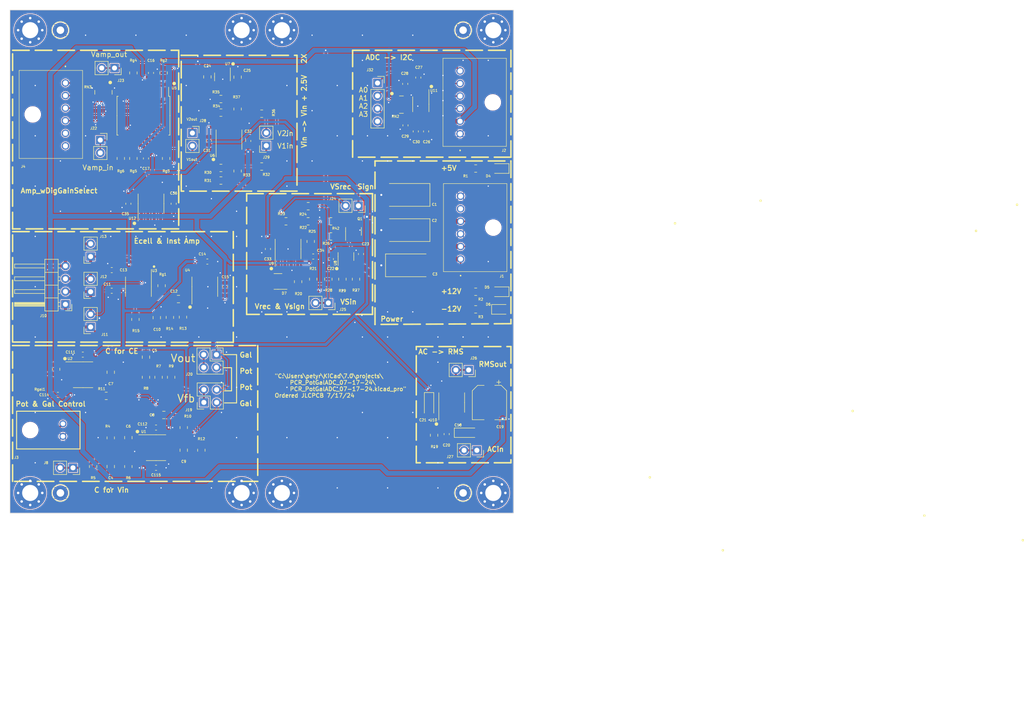
<source format=kicad_pcb>
(kicad_pcb (version 20221018) (generator pcbnew)
  (layers (0 "F.Cu" signal) (1 "In1.Cu" signal) (2 "In2.Cu" signal) (31 "B.Cu" signal) (34 "B.Paste" user) (35 "F.Paste" user) (36 "B.SilkS" user "B.Silkscreen") (37 "F.SilkS" user "F.Silkscreen") (38 "B.Mask" user) (39 "F.Mask" user) (44 "Edge.Cuts" user))
  (net 0 "")
  (net 1 "+5V")
  (net 2 "GNDA")
  (net 3 "+12V")
  (net 4 "-12V")
  (net 5 "/v1")
  (net 6 "/c1")
  (net 7 "/v2")
  (net 8 "Net-(C6-Pad2)")
  (net 9 "/c2")
  (net 10 "CE")
  (net 11 "/w2")
  (net 12 "/w3")
  (net 13 "/Vgal")
  (net 14 "/Vpot")
  (net 15 "/AC2RMS/j")
  (net 16 "/RMSin")
  (net 17 "/AC2RMS/i")
  (net 18 "/2V5")
  (net 19 "/A0")
  (net 20 "/A1")
  (net 21 "/A2")
  (net 22 "/A3")
  (net 23 "Net-(D4-A)")
  (net 24 "Net-(D5-A)")
  (net 25 "Net-(D6-K)")
  (net 26 "/SigRect/t2")
  (net 27 "/SigRect/t1")
  (net 29 "ALERT")
  (net 30 "SDA")
  (net 31 "SCL")
  (net 32 "Vin1")
  (net 33 "SelR3")
  (net 34 "SelR2")
  (net 35 "SelR1")
  (net 36 "SelR0")
  (net 39 "RE")
  (net 40 "SE")
  (net 41 "WE")
  (net 42 "/w1")
  (net 43 "Vfb")
  (net 44 "Vout")
  (net 45 "/g1")
  (net 46 "/g2")
  (net 47 "/Vamp_in")
  (net 48 "/Vamp_out")
  (net 49 "/VSout")
  (net 50 "/VSin")
  (net 51 "/RMSout")
  (net 52 "/2.5V_Offset_X2/V1out")
  (net 53 "/2.5V_Offset_X2/V1in")
  (net 54 "/2.5V_Offset_X2/V2out")
  (net 55 "/2.5V_Offset_X2/V2in")
  (net 56 "/SigRect/t9")
  (net 57 "/SigRect/t3")
  (net 58 "/SigRect/t4")
  (net 59 "/SigRect/t5")
  (net 60 "/SigRect/ac")
  (net 61 "Net-(U5-NO1)")
  (net 62 "Net-(U5-NO2)")
  (net 63 "Net-(U5-NO4)")
  (net 64 "Net-(U5-NO3)")
  (net 65 "/AmpLogicArray/com")
  (net 68 "/SigRect/t0")
  (net 69 "/2.5V_Offset_X2/m1")
  (net 70 "/2.5V_Offset_X2/m2")
  (net 71 "/2.5V_Offset_X2/m3")
  (net 72 "/2.5V_Offset_X2/m4")
  (net 74 "/k1")
  (net 75 "/k2")
  (net 76 "Sign")
  (net 77 "Net-(R15-Pad2)")
  (net 78 "Net-(U4B--)")
  (net 79 "Net-(U12A--)")
  (footprint "MountingHole:MountingHole_3.2mm_M3_Pad_Via" (layer "F.Cu") (at 116 24)
    (fp_text reference "H2" hide)
    (fp_text value "MountingHole" hide)
  )
  (footprint "MountingHole:MountingHole_3.2mm_M3_Pad_Via" (layer "F.Cu") (at 24 116)
    (fp_text reference "H4" hide)
    (fp_text value "MountingHole" hide)
  )
  (footprint "Resistor_SMD:R_0805_2012Metric" (layer "F.Cu") (at 104.235 104.525 90)
    (fp_text reference "R19")
    (fp_text value "1M")
  )
  (footprint "Capacitor_SMD:C_0603_1608Metric" (layer "F.Cu") (at 62.7 75 -90)
    (fp_text reference "C15")
    (fp_text value "100nf")
  )
  (footprint "Connector_PinSocket_2.54mm:PinSocket_1x02_P2.54mm_Vertical" (layer "F.Cu") (at 36 69 180)
    (fp_text reference "J13")
    (fp_text value "Conn_01x02_Soc")
  )
  (footprint "MountingHole:MountingHole_3.2mm_M3_Pad_Via" (layer "F.Cu") (at 24 24)
    (fp_text reference "H1" hide)
    (fp_text value "MountingHole" hide)
  )
  (footprint "Connector_PinSocket_2.54mm:PinSocket_1x02_P2.54mm_Vertical" (layer "F.Cu") (at 32.5 111 -90)
    (fp_text reference "J8")
    (fp_text value "Conn_01x02_Soc")
  )
  (footprint "footprints:Conn_EP25_1744426-2" (layer "F.Cu") (at 30.5 104.75 90)
    (fp_text reference "J3")
    (fp_text value "TE_EP25_2" hide)
  )
  (footprint "Resistor_SMD:R_0805_2012Metric" (layer "F.Cu") (at 61.8875 37.6875)
    (fp_text reference "R35")
    (fp_text value "15k")
  )
  (footprint "Resistor_SMD:R_0805_2012Metric" (layer "F.Cu") (at 83.725 62 180)
    (fp_text reference "R42")
    (fp_text value "15k")
  )
  (footprint "Capacitor_Tantalum_SMD:CP_EIA-7343-43_Kemet-X" (layer "F.Cu") (at 99 63.75 180)
    (fp_text reference "C2")
    (fp_text value "47uf")
  )
  (footprint "Resistor_SMD:R_0805_2012Metric" (layer "F.Cu") (at 77.225 74 -90)
    (fp_text reference "R20")
    (fp_text value "4k02")
  )
  (footprint "Package_TO_SOT_SMD:SOT-23-3" (layer "F.Cu") (at 73.225 73.95 180)
    (fp_text reference "D7")
    (fp_text value "BAV99LT1G")
  )
  (footprint "Capacitor_SMD:C_0805_2012Metric" (layer "F.Cu") (at 40 110.75 90)
    (fp_text reference "C4")
    (fp_text value "390pf")
  )
  (footprint "Resistor_SMD:R_0805_2012Metric" (layer "F.Cu") (at 69.9875 51.1)
    (fp_text reference "R32")
    (fp_text value "15k")
  )
  (footprint "Capacitor_SMD:C_0805_2012Metric" (layer "F.Cu") (at 49.15 81.15 -90)
    (fp_text reference "C10")
    (fp_text value "390pf")
  )
  (footprint "Connector_PinSocket_2.54mm:PinSocket_1x02_P2.54mm_Vertical" (layer "F.Cu") (at 37.925 45.85)
    (fp_text reference "J22")
    (fp_text value "Conn_01x02_Soc")
  )
  (footprint "Resistor_SMD:R_0805_2012Metric" (layer "F.Cu") (at 79.225 59 180)
    (fp_text reference "R24")
    (fp_text value "2k05")
  )
  (footprint "Capacitor_SMD:C_0603_1608Metric" (layer "F.Cu") (at 67.3125 46.025 -90)
    (fp_text reference "C32")
    (fp_text value "100nf")
  )
  (footprint "TestPoint:TestPoint_Loop_D2.54mm_Drill1.5mm_Beaded" (layer "F.Cu") (at 30 116)
    (fp_text reference "TPG4" hide)
    (fp_text value "5006" hide)
  )
  (footprint "Resistor_SMD:R_0805_2012Metric" (layer "F.Cu") (at 61.8875 40.3875 180)
    (fp_text reference "R34")
    (fp_text value "15k")
  )
  (footprint "Resistor_SMD:R_0805_2012Metric" (layer "F.Cu") (at 61.8875 53.8875)
    (fp_text reference "R31")
    (fp_text value "15k")
  )
  (footprint "Capacitor_SMD:C_0603_1608Metric" (layer "F.Cu") (at 102.65 44.125 -90)
    (fp_text reference "C26")
    (fp_text value "100nf")
  )
  (footprint "Resistor_SMD:R_0805_2012Metric" (layer "F.Cu") (at 69.9875 40.6)
    (fp_text reference "R36")
    (fp_text value "15k")
  )
  (footprint "Capacitor_SMD:C_0603_1608Metric" (layer "F.Cu") (at 100.6 44.125 -90)
    (fp_text reference "C30")
    (fp_text value "100nf")
  )
  (footprint "Capacitor_SMD:C_0603_1608Metric" (layer "F.Cu") (at 49 103)
    (fp_text reference "C112")
    (fp_text value "100nf")
  )
  (footprint "Resistor_SMD:R_0805_2012Metric" (layer "F.Cu") (at 43.5 110.75 -90)
    (fp_text reference "R6")
    (fp_text value "49R9")
  )
  (footprint "Capacitor_SMD:C_0603_1608Metric" (layer "F.Cu") (at 52.5 58.5 -90)
    (fp_text reference "C36")
    (fp_text value "100nf")
  )
  (footprint "Capacitor_SMD:C_0603_1608Metric" (layer "F.Cu") (at 47 49.5 90)
    (fp_text reference "C17")
    (fp_text value "100nf")
  )
  (footprint "Connector_PinSocket_2.54mm:PinSocket_1x02_P2.54mm_Vertical" (layer "F.Cu") (at 40.75 31.525 -90)
    (fp_text reference "J23")
    (fp_text value "Conn_01x02_Soc")
  )
  (footprint "TestPoint:TestPoint_Loop_D2.54mm_Drill1.5mm_Beaded" (layer "F.Cu") (at 30 24)
    (fp_text reference "TPG1" hide)
    (fp_text value "5006" hide)
  )
  (footprint "Package_SO:SOIC-8_3.9x4.9mm_P1.27mm" (layer "F.Cu") (at 107.735 98.025 90)
    (fp_text reference "U10")
    (fp_text value "AD736JNZ")
  )
  (footprint "Capacitor_SMD:C_0603_1608Metric" (layer "F.Cu") (at 98.55 42.925 -90)
    (fp_text reference "C29")
    (fp_text value "100nf")
  )
  (footprint "Capacitor_SMD:C_0603_1608Metric" (layer "F.Cu") (at 59.1875 70 180)
    (fp_text reference "C14")
    (fp_text value "100nf")
  )
  (footprint "Package_SO:SOIC-16W_7.5x10.3mm_P1.27mm" (layer "F.Cu") (at 46.5 41 -90)
    (fp_text reference "U5")
    (fp_text value "MAX4662")
  )
  (footprint "Package_TO_SOT_SMD:SOT-23-3" (layer "F.Cu") (at 88.225 64 90)
    (fp_text reference "Q1")
    (fp_text value "BSS138 123-GSD")
  )
  (footprint "Package_TO_SOT_SMD:SOT-23-5" (layer "F.Cu") (at 86.725 69 90)
    (fp_text reference "U8")
    (fp_text value "TL331")
  )
  (footprint "Package_SO:SOIC-8_3.9x4.9mm_P1.27mm" (layer "F.Cu") (at 49 107)
    (fp_text reference "U1")
    (fp_text value "OPA1656")
  )
  (footprint "footprints:Conn_EP25_1744426-6" (layer "F.Cu") (at 109.4 44.6 90)
    (fp_text reference "J2")
    (fp_text value "TE_EP25-6" hide)
  )
  (footprint "MountingHole:MountingHole_3.2mm_M3_Pad_Via" (layer "F.Cu") (at 116 116)
    (fp_text reference "H3" hide)
    (fp_text value "MountingHole" hide)
  )
  (footprint "Resistor_SMD:R_Array_Concave_4x0603" (layer "F.Cu") (at 97.75 38.8)
    (fp_text reference "RN2")
    (fp_text value "R_Pack04_10k")
  )
  (footprint "Resistor_SMD:R_0805_2012Metric" (layer "F.Cu") (at 51 49.5 -90)
    (fp_text reference "Rg3")
    (fp_text value "10k")
  )
  (footprint "Package_SO:SOIC-8_3.9x4.9mm_P1.27mm" (layer "F.Cu") (at 48 58.5 90)
    (fp_text reference "U12")
    (fp_text value "OPA1656")
  )
  (footprint "Capacitor_SMD:C_0603_1608Metric" (layer "F.Cu") (at 49 111 180)
    (fp_text reference "C115")
    (fp_text value "100nf")
  )
  (footprint "Resistor_SMD:R_0805_2012Metric" (layer "F.Cu") (at 51.75 81.1 -90)
    (fp_text reference "R14")
    (fp_text value "49R9")
  )
  (footprint "Capacitor_SMD:C_0603_1608Metric" (layer "F.Cu") (at 40.2 75.8)
    (fp_text reference "C11")
    (fp_text value "100nf")
  )
  (footprint "Connector_PinSocket_2.54mm:PinSocket_1x02_P2.54mm_Vertical" (layer "F.Cu") (at 89.2 58.9 -90)
    (fp_text reference "J24")
    (fp_text value "Conn_01x02_Soc")
  )
  (footprint "Capacitor_SMD:C_0603_1608Metric" (layer "F.Cu") (at 59.5 45.9875 90)
    (fp_text reference "C31")
    (fp_text value "100nf")
  )
  (footprint "Connector_PinSocket_2.54mm:PinSocket_1x02_P2.54mm_Vertical" (layer "F.Cu") (at 112.735 107.525 -90)
    (fp_text reference "J27")
    (fp_text value "Conn_01x02_Soc")
  )
  (footprint "Package_SO:VSSOP-10_3x3mm_P0.5mm" (layer "F.Cu") (at 101.6 38.725 -90)
    (fp_text reference "U11")
    (fp_text value "ADS1015IDGS")
  )
  (footprint "Package_SO:SOIC-8_3.9x4.9mm_P1.27mm" (layer "F.Cu") (at 34.5 92.5)
    (fp_text reference "U2")
    (fp_text value "THS4012")
  )
  (footprint "Capacitor_SMD:C_0603_1608Metric" (layer "F.Cu") (at 34.45 88.5)
    (fp_text reference "C111")
    (fp_text value "100nf")
  )
  (footprint "Resistor_SMD:R_0805_2012Metric" (layer "F.Cu") (at 39.1 96.7 180)
    (fp_text reference "R11")
    (fp_text value "15k")
  )
  (footprint "Resistor_SMD:R_Array_Concave_4x0603" (layer "F.Cu") (at 38.55 36.35 90)
    (fp_text reference "RN3")
    (fp_text value "R_Pack04_10k" hide)
  )
  (footprint "Resistor_SMD:R_0805_2012Metric" (layer "F.Cu") (at 83.725 65 180)
    (fp_text reference "R26")
    (fp_text value "15k")
  )
  (footprint "LED_SMD:LED_0805_2012Metric_Pad1.15x1.40mm_HandSolder" (layer "F.Cu") (at 117.525 79.5)
    (fp_text reference "D6")
    (fp_text value "LED-grn")
  )
  (footprint "Capacitor_SMD:C_0603_1608Metric" (layer "F.Cu") (at 98.5 34.675 90)
    (fp_text reference "C28")
    (fp_text value "100nf")
  )
  (footprint "Connector_PinSocket_2.54mm:PinSocket_1x02_P2.54mm_Vertical" (layer "F.Cu") (at 70.9 46.95 180)
    (fp_text reference "J29")
    (fp_text value "Conn_01x02_Soc" hide)
  )
  (footprint "Resistor_SMD:R_0805_2012Metric" (layer "F.Cu") (at 74.8125 62 180)
    (fp_text reference "R23")
    (fp_text value "2k05")
  )
  (footprint "Capacitor_SMD:C_0603_1608Metric" (layer "F.Cu") (at 29.5 96.5)
    (fp_text reference "C114")
    (fp_text value "100nf")
  )
  (footprint "Package_SO:SOIC-8_3.9x4.9mm_P1.27mm" (layer "F.Cu") (at 45.5 75 -90)
    (fp_text reference "U3")
    (fp_text value "INA129")
  )
  (footprint "Capacitor_SMD:C_0603_1608Metric" (layer "F.Cu") (at 48 32.5 -90)
    (fp_text reference "C16")
    (fp_text value "100nf")
  )
  (footprint "Resistor_SMD:R_0805_2012Metric" (layer "F.Cu") (at 50.1 74.8 -90)
    (fp_text reference "Rg1")
    (fp_text value "0R")
  )
  (footprint "Package_SO:SOIC-8_3.9x4.9mm_P1.27mm" (layer "F.Cu") (at 58.6875 75 90)
    (fp_text reference "U4")
    (fp_text value "OPA1656")
  )
  (footprint "Connector_PinSocket_2.54mm:PinSocket_1x04_P2.54mm_Vertical" (layer "F.Cu") (at 93 34.505)
    (fp_text reference "J32")
    (fp_text value "Conn_01x04")
  )
  (footprint "Capacitor_SMD:C_0603_1608Metric" (layer "F.Cu") (at 43.5 58.5 90)
    (fp_text reference "C35")
    (fp_text value "100nf")
  )
  (footprint "Resistor_SMD:R_0805_2012Metric" (layer "F.Cu") (at 42 49.5 -90)
    (fp_text reference "Rg6")
    (fp_text value "2k05")
  )
  (footprint "Resistor_SMD:R_0805_2012Metric" (layer "F.Cu") (at 44.9 81.5 90)
    (fp_text reference "R15")
    (fp_text value "15k" hide)
  )
  (footprint "Resistor_SMD:R_0805_2012Metric" (layer "F.Cu") (at 29.15 91.4125 90)
    (fp_text reference "Rgal1")
    (fp_text value "1k ")
  )
  (footprint "Connector_PinHeader_2.54mm:PinHeader_2x02_P2.54mm_Vertical" (layer "F.Cu") (at 58.5 98 90)
    (fp_text reference "J19")
    (fp_text value "Conn_02x02_Pin")
  )
  (footprint "Capacitor_Tantalum_SMD:CP_EIA-3216-18_Kemet-A_Pad1.58x1.35mm_HandSolder" (layer "F.Cu") (at 110.735 104.025)
    (fp_text reference "C18")
    (fp_text value "1uf")
  )
  (footprint "Resistor_SMD:R_0805_2012Metric" (layer "F.Cu") (at 54.35 81.05 -90)
    (fp_text reference "R13")
    (fp_text value "15k" hide)
  )
  (footprint "Resistor_SMD:R_0805_2012Metric" (layer "F.Cu") (at 40 105.05 90)
    (fp_text reference "R4")
    (fp_text value "15k")
  )
  (footprint "Capacitor_SMD:C_0603_1608Metric" (layer "F.Cu") (at 80.225 69 180)
    (fp_text reference "C34")
    (fp_text value "100nf")
  )
  (footprint "Resistor_SMD:R_0805_2012Metric" (layer "F.Cu") (at 112.5 79.5)
    (fp_text reference "R3")
    (fp_text value "1k ")
  )
  (footprint "Resistor_SMD:R_0805_2012Metric" (layer "F.Cu") (at 61.8875 51.3875 180)
    (fp_text reference "R30")
    (fp_text value "15k")
  )
  (footprint "TestPoint:TestPoint_Loop_D2.54mm_Drill1.5mm_Beaded" (layer "F.Cu") (at 110 116)
    (fp_text reference "TPG3" hide)
    (fp_text value "5006" hide)
  )
  (footprint "Capacitor_SMD:C_0805_2012Metric" (layer "F.Cu") (at 50.55 100.5)
    (fp_text reference "C8")
    (fp_text value "390pf")
  )
  (footprint "MountingHole:MountingHole_3.2mm_M3_Pad_Via" (layer "F.Cu") (at 74 24)
    (fp_text reference "H6" hide)
    (fp_text value "MountingHole" hide)
  )
  (footprint "Resistor_SMD:R_0805_2012Metric" (layer "F.Cu") (at 79.725 66 90)
    (fp_text reference "R25")
    (fp_text value "2k05")
  )
  (footprint "Capacitor_SMD:C_0805_2012Metric" (layer "F.Cu") (at 47 89 -90)
    (fp_text reference "C5")
    (fp_text value "390pf")
  )
  (footprint "Connector_PinSocket_2.54mm:PinSocket_1x02_P2.54mm_Vertical" (layer "F.Cu") (at 83.225 78.225 -90)
    (fp_text reference "J25")
    (fp_text value "Conn_01x02_Soc")
  )
  (footprint "Capacitor_Tantalum_SMD:CP_EIA-7343-43_Kemet-X" (layer "F.Cu") (at 99 70.75)
    (fp_text reference "C3")
    (fp_text value "47uf")
  )
  (footprint "Capacitor_SMD:C_0805_2012Metric" (layer "F.Cu") (at 43.5 105 90)
    (fp_text reference "C6")
    (fp_text value "100pf")
  )
  (footprint "Capacitor_SMD:C_0603_1608Metric" (layer "F.Cu") (at 83.725 69.5 90)
    (fp_text reference "C22")
    (fp_text value "100nf")
  )
  (footprint "Resistor_SMD:R_0805_2012Metric" (layer "F.Cu") (at 65.2 39.675 -90)
    (fp_text reference "R37")
    (fp_text value "15k")
  )
  (footprint "Capacitor_SMD:C_0805_2012Metric" (layer "F.Cu") (at 54.5 107.5 90)
    (fp_text reference "C9")
    (fp_text value "100pf")
  )
  (footprint "Capacitor_SMD:C_0603_1608Metric" (layer "F.Cu") (at 106.735 104.3 90)
    (fp_text reference "C20")
    (fp_text value "100nf")
  )
  (footprint "Resistor_SMD:R_0805_2012Metric" (layer "F.Cu") (at 112.5 51.5)
    (fp_text reference "R1")
    (fp_text value "1k ")
  )
  (footprint "Capacitor_SMD:C_0805_2012Metric" (layer "F.Cu") (at 65.2 33.3375 -90)
    (fp_text reference "C25")
    (fp_text value "100nf")
  )
  (footprint "Resistor_SMD:R_0805_2012Metric" (layer "F.Cu") (at 88.725 73.5 -90)
    (fp_text reference "R27")
    (fp_text value "2k05")
  )
  (footprint "Resistor_SMD:R_0805_2012Metric" (layer "F.Cu") (at 112.5 76)
    (fp_text reference "R2")
    (fp_text value "1k ")
  )
  (footprint "Resistor_SMD:R_0805_2012Metric" (layer "F.Cu") (at 80.225 73.5 90)
    (fp_text reference "R21")
    (fp_text value "2k05")
  )
  (footprint "Capacitor_SMD:C_0603_1608Metric" (layer "F.Cu") (at 101.1 33.425 90)
    (fp_text reference "C27")
    (fp_text value "100nf")
  )
  (footprint "Resistor_SMD:R_0805_2012Metric" (layer "F.Cu") (at 65.2 52 90)
    (fp_text reference "R33")
    (fp_text value "15k")
  )
  (footprint "Connector_PinHeader_2.54mm:PinHeader_1x04_P2.54mm_Horizontal" (layer "F.Cu") (at 31 78.5 180)
    (fp_text reference "J10")
    (fp_text value "Conn_01x04_Pin")
  )
  (footprint "Connector_PinSocket_2.54mm:PinSocket_1x02_P2.54mm_Vertical" (layer "F.Cu") (at 36 76 180)
    (fp_text reference "J12")
    (fp_text value "Conn_01x02_Soc")
  )
  (footprint "Capacitor_SMD:C_0603_1608Metric" (layer "F.Cu") (at 71.225 67.5 90)
    (fp_text reference "C33")
    (fp_text value "100nf")
  )
  (footprint "Resistor_SMD:R_0805_2012Metric" (layer "F.Cu") (at 52 93 -90)
    (fp_text reference "R9")
    (fp_text value "15k")
  )
  (footprint "Capacitor_SMD:C_0805_2012Metric" (layer "F.Cu") (at 53.45 77.45)
    (fp_text reference "C12")
    (fp_text value "100pf")
  )
  (footprint "footprints:Conn_EP25_1744426-6" (layer "F.Cu") (at 109.5 69.5 90)
    (fp_text reference "J1")
    (fp_text value "TE_EP25-6" hide)
  )
  (footprint "Connector_PinSocket_2.54mm:PinSocket_1x02_P2.54mm_Vertical" (layer "F.Cu") (at 36 83 180)
    (fp_text reference "J11")
    (fp_text value "Conn_01x02_Soc")
  )
  (footprint "Resistor_SMD:R_0805_2012Metric" (layer "F.Cu") (at 83.225 73.5 -90)
    (fp_text reference "R28")
    (fp_text value "1k ")
  )
  (footprint "Resistor_SMD:R_0805_2012Metric" (layer "F.Cu") (at 86.025 73.5 90)
    (fp_text reference "R29")
    (fp_text value "15k")
  )
  (footprint "Resistor_SMD:R_0805_2012Metric" (layer "F.Cu") (at 58 107.5 90)
    (fp_text reference "R12")
    (fp_text value "49R9")
  )
  (footprint "Package_SO:SOIC-8_3.9x4.9mm_P1.27mm" (layer "F.Cu") (at 63.4925 45.7625 90)
    (fp_text reference "U6")
    (fp_text value "OPA1656")
  )
  (footprint "footprints:CP_Elec_6.3x9.9_HandSolder" (layer "F.Cu") (at 115.235 98.025 -90)
    (fp_text reference "C19")
    (fp_text value "33uf")
  )
  (footprint "Resistor_SMD:R_0805_2012Metric" (layer "F.Cu") (at 54.5 103 90)
    (fp_text reference "R10")
    (fp_text value "15k")
  )
  (footprint "Resistor_SMD:R_0805_2012Metric" (layer "F.Cu") (at 49.5 93 -90)
    (fp_text reference "R7")
    (fp_text value "15k")
  )
  (footprint "footprints:Conn_EP25_1744426-6" (layer "F.Cu") (at 31 34.5 -90)
    (fp_text reference "J4")
    (fp_text value "TE_EP25-6" hide)
  )
  (footprint "Capacitor_Tantalum_SMD:CP_EIA-3216-18_Kemet-A_Pad1.58x1.35mm_HandSolder" (layer "F.Cu") (at 103.235 98.525 -90)
    (fp_text reference "C21")
    (fp_text value "1uf")
  )
  (footprint "Connector_PinSocket_2.54mm:PinSocket_1x02_P2.54mm_Vertical" (layer "F.Cu") (at 56.225 44.45)
    (fp_text reference "J28")
    (fp_text value "Conn_01x02_Soc")
  )
  (footprint "Package_SO:SOIC-8_3.9x4.9mm_P1.27mm" (layer "F.Cu") (at 75.225 67.5 90)
    (fp_text reference "U9")
    (fp_text value "OPA1656")
  )
  (footprint "Capacitor_SMD:C_0603_1608Metric" (layer "F.Cu") (at 40.2 71.7)
    (fp_text reference "C13")
    (fp_text value "100nf")
  )
  (footprint "Resistor_SMD:R_0805_2012Metric" (layer "F.Cu") (at 47 93 90)
    (fp_text reference "R8")
    (fp_text value "49R9")
  )
  (footprint "MountingHole:MountingHole_3.2mm_M3_Pad_Via" (layer "F.Cu") (at 74 116)
    (fp_text reference "H7" hide)
    (fp_text value "MountingHole" hide)
  )
  (footprint "Resistor_SMD:R_0805_2012Metric" (layer "F.Cu") (at 44.5 49.5 -90)
    (fp_text reference "Rg5")
    (fp_text value "20k")
  )
  (footprint "LED_SMD:LED_0805_2012Metric_Pad1.15x1.40mm_HandSolder" (layer "F.Cu") (at 117.25 51.5 180)
    (fp_text reference "D4")
    (fp_text value "LED-yel")
  )
  (footprint "Capacitor_SMD:C_0805_2012Metric" (layer "F.Cu") (at 59.2 33.2875 -90)
    (fp_text reference "C24")
    (fp_text value "1uf")
  )
  (footprint "Resistor_SMD:R_0805_2012Metric" (layer "F.Cu") (at 44.5 32.5 -90)
    (fp_text reference "Rg4")
    (fp_text value "40k2")
  )
  (footprint "TestPoint:TestPoint_Loop_D2.54mm_Drill1.5mm_Beaded" (layer "F.Cu") (at 110 24)
    (fp_text reference "TPG2" hide)
    (fp_text value "5006" hide)
  )
  (footprint "Resistor_SMD:R_0805_2012Metric" (layer "F.Cu") (at 36.5 110.75 90)
    (fp_text reference "R5")
    (fp_text value "15k")
  )
  (footprint "Capacitor_Tantalum_SMD:CP_EIA-7343-43_Kemet-X" (layer "F.Cu") (at 99 56.75 180)
    (fp_text reference "C1")
    (fp_text value "47uf")
  )
  (footprint "MountingHole:MountingHole_3.2mm_M3_Pad_Via" (layer "F.Cu") (at 66 116)
    (fp_text reference "H8" hide)
    (fp_text value "MountingHole" hide)
  )
  (footprint "Connector_PinSocket_2.54mm:PinSocket_1x02_P2.54mm_Vertical" (layer "F.Cu") (at 111.105 91.55 -90)
    (fp_text reference "J26")
    (fp_text value "Conn_01x02_Soc")
  )
  (footprint "Resistor_SMD:R_0805_2012Metric" (layer "F.Cu") (at 79.2125 62)
    (fp_text reference "R22")
    (fp_text value "2k05")
  )
  (footprint "MountingHole:MountingHole_3.2mm_M3_Pad_Via" (layer "F.Cu") (at 66 24)
    (fp_text reference "H5" hide)
    (fp_text value "MountingHole" hide)
  )
  (footprint "Capacitor_SMD:C_0603_1608Metric" (layer "F.Cu") (at 89.725 68.5 -90)
    (fp_text reference "C23")
    (fp_text value "100nf")
  )
  (footprint "LED_SMD:LED_0805_2012Metric_Pad1.15x1.40mm_HandSolder" (layer "F.Cu") (at 117.25 76 180)
    (fp_text reference "D5")
    (fp_text value "LED-red")
  )
  (footprint "Resistor_SMD:R_0805_2012Metric" (layer "F.Cu") (at 50.5 32.5 -90)
    (fp_text reference "Rg2")
    (fp_text value "4k02")
  )
  (footprint "Connector_PinHeader_2.54mm:PinHeader_2x02_P2.54mm_Vertical" (layer "F.Cu") (at 61 88.5 -90)
    (fp_text reference "J20")
    (fp_text value "Conn_02x02_Pin")
  )
  (footprint "Capacitor_SMD:C_0805_2012Metric" (layer "F.Cu") (at 40 92 90)
    (fp_text reference "C7")
    (fp_text value "100pf")
  )
  (footprint "Package_TO_SOT_SMD:SOT-23-5" (layer "F.Cu") (at 62.19 33.2875 -90)
    (fp_text reference "U7")
    (fp_text value "LM4132xMF-2.5")
  )
  (gr_circle (center 84.9 71.4) (end 85.2 71.4) (stroke (width 0.1)) (fill solid) (layer "F.SilkS"))
  (gr_circle (center 64.3 30.7) (end 64.6 30.7) (stroke (width 0.1)) (fill solid) (layer "F.SilkS"))
  (gr_circle (center 187.39 99.705) (end 187.39 99.505) (stroke (width 0.1)) (fill solid) (layer "F.SilkS"))
  (gr_poly (pts (xy 20.5 64.05) (xy 55.35 64.05) (xy 64.35 64.05) (xy 64.35 75.05) (xy 64.35 86.05) (xy 20.5 86)) (stroke (width 0.3) (type dash)) (fill none) (layer "F.SilkS"))
  (gr_circle (center 95.85 36.6) (end 96.15 36.6) (stroke (width 0.1)) (fill solid) (layer "F.SilkS"))
  (gr_rect (start 88.05 28) (end 119.5 49.25) (stroke (width 0.3) (type dash)) (fill none) (layer "F.SilkS"))
  (gr_circle (center 60.4 49.7) (end 60.7 49.7) (stroke (width 0.1)) (fill solid) (layer "F.SilkS"))
  (gr_poly (pts (xy 67 56.5) (xy 92 56.5) (xy 92 80.5) (xy 67 80.5)) (stroke (width 0.3) (type dash)) (fill none) (layer "F.SilkS"))
  (gr_line (start 65 98.1) (end 65 88.5) (stroke (width 0.2)) (layer "F.SilkS"))
  (gr_circle (center 104.7 102.3) (end 105 102.3) (stroke (width 0.1)) (fill solid) (layer "F.SilkS"))
  (gr_poly (pts (xy 53.5 28) (xy 53.5 63.5) (xy 20.5 63.5) (xy 20.5 28)) (stroke (width 0.3) (type dash)) (fill none) (layer "F.SilkS"))
  (gr_rect (start 100.7 86.9) (end 119.5 110) (stroke (width 0.3) (type dash)) (fill none) (layer "F.SilkS"))
  (gr_circle (center 30.9 89.3) (end 31.2 89.3) (stroke (width 0.1)) (fill solid) (layer "F.SilkS"))
  (gr_circle (center 52.6 34.6) (end 52.9 34.6) (stroke (width 0.1)) (fill solid) (layer "F.SilkS"))
  (gr_circle (center 55.75 79.05) (end 56.05 79.05) (stroke (width 0.1)) (fill solid) (layer "F.SilkS"))
  (gr_circle (center 44.7 62.4) (end 45 62.4) (stroke (width 0.1)) (fill solid) (layer "F.SilkS"))
  (gr_circle (center 201.64 120.5) (end 201.84 120.5) (stroke (width 0.1)) (fill solid) (layer "F.SilkS"))
  (gr_circle (center 39.9 34.4) (end 40.2 34.4) (stroke (width 0.1)) (fill solid) (layer "F.SilkS"))
  (gr_line (start 62.6 98.1) (end 65 98.1) (stroke (width 0.2)) (layer "F.SilkS"))
  (gr_line (start 62.5 91.1) (end 64 91.1) (stroke (width 0.2)) (layer "F.SilkS"))
  (gr_circle (center 45.3 103.8) (end 45.6 103.8) (stroke (width 0.1)) (fill solid) (layer "F.SilkS"))
  (gr_circle (center 220.05 58.7) (end 220.05 58.5) (stroke (width 0.1)) (fill solid) (layer "F.SilkS"))
  (gr_line (start 62.5 88.5) (end 65 88.5) (stroke (width 0.2)) (layer "F.SilkS"))
  (gr_circle (center 169.1 57.9) (end 169.1 58.1) (stroke (width 0.1)) (fill solid) (layer "F.SilkS"))
  (gr_circle (center 103.7 35.2) (end 104 35.2) (stroke (width 0.1)) (fill solid) (layer "F.SilkS"))
  (gr_circle (center 211.9 63.9) (end 211.9 63.7) (stroke (width 0.1)) (fill solid) (layer "F.SilkS"))
  (gr_circle (center 221.2 125.4) (end 221.4 125.4) (stroke (width 0.1)) (fill solid) (layer "F.SilkS"))
  (gr_rect (start 54 29) (end 77 56) (stroke (width 0.3) (type dash)) (fill none) (layer "F.SilkS"))
  (gr_poly (pts (xy 119.5 82.35) (xy 92.5 82.5) (xy 92.5 50) (xy 119.5 50)) (stroke (width 0.3) (type dash)) (fill none) (layer "F.SilkS"))
  (gr_line (start 62.6 95.7) (end 64 95.7) (stroke (width 0.2)) (layer "F.SilkS"))
  (gr_circle (center 48.6 71) (end 48.8 71) (stroke (width 0.1)) (fill solid) (layer "F.SilkS"))
  (gr_poly (pts (xy 69.2 86.7) (xy 69.2 113.7) (xy 20.5 113.7) (xy 20.5 86.7)) (stroke (width 0.3) (type dash)) (fill none) (layer "F.SilkS"))
  (gr_circle (center 161.6 127.4) (end 161.8 127.4) (stroke (width 0.1)) (fill solid) (layer "F.SilkS"))
  (gr_line (start 64 95.7) (end 64 91.1) (stroke (width 0.2)) (layer "F.SilkS"))
  (gr_circle (center 71.9 71.4) (end 72.2 71.4) (stroke (width 0.1)) (fill solid) (layer "F.SilkS"))
  (gr_circle (center 152.1 62.4) (end 152.1 62.6) (stroke (width 0.1)) (fill solid) (layer "F.SilkS"))
  (gr_circle (center 147.1 112.9) (end 147.3 112.9) (stroke (width 0.1)) (fill solid) (layer "F.SilkS"))
  (gr_rect locked (start 20 20) (end 120 120) (stroke (width 0.1)) (fill none) (layer "Edge.Cuts"))
  (gr_text "{dblquote}C:\\Users\\petyr\\KiCad\\7.0\\projects\\\n	PCR_PotGalADC_07-17-24\\\n	PCR_PotGalADC_07-17-24.kicad_pro{dblquote}\nOrdered JLCPCB 7/17/24" (at 72.5 97.1) (layer "F.SilkS") (effects (font (size 0.8 0.8)) (justify left bottom)))
  (gr_text "Amp_wDigGainSelect" (at 22 56.5) (layer "F.SilkS") (effects (font (size 1 1) (thickness 0.2) bold) (justify left bottom)))
  (gr_text "Vfb" (at 53.1 98.1) (layer "F.SilkS") (effects (font (size 1.5 1.5) (thickness 0.2)) (justify left bottom)))
  (gr_text "AC -> RMS" (at 101 88.5) (layer "F.SilkS") (effects (font (size 1 1) (thickness 0.2) bold) (justify left bottom)))
  (gr_text "ACin" (at 114.7 107.9) (layer "F.SilkS") (effects (font (size 1 1) (thickness 0.2) bold) (justify left bottom)))
  (gr_text "Vamp_in" (at 34.3 51.9) (layer "F.SilkS") (effects (font (size 1 1)) (justify left bottom)))
  (gr_text "Gal\n\nPot\n\nPot\n\nGal" (at 65.5 98.8) (layer "F.SilkS") (effects (font (size 1 1) (thickness 0.2) bold) (justify left bottom)))
  (gr_text "Pot & Gal Control" (at 21 98.9) (layer "F.SilkS") (effects (font (size 1 1) (thickness 0.2) bold) (justify left bottom)))
  (gr_text "V2out" (at 55 42) (layer "F.SilkS") (effects (font (size 0.5 0.5) (thickness 0.1) bold) (justify left bottom)))
  (gr_text "V1in" (at 73 47.6) (layer "F.SilkS") (effects (font (size 1 1)) (justify left bottom)))
  (gr_text "V1out" (at 55 50) (layer "F.SilkS") (effects (font (size 0.5 0.5) (thickness 0.1) bold) (justify left bottom)))
  (gr_text "Vamp_out" (at 36 29.4) (layer "F.SilkS") (effects (font (size 1 1)) (justify left bottom)))
  (gr_text "Power" (at 93.5 82) (layer "F.SilkS") (effects (font (size 1 1) (thickness 0.2) bold) (justify left bottom)))
  (gr_text "-12V" (at 105.5 80) (layer "F.SilkS") (effects (font (size 1 1) (thickness 0.2) bold) (justify left bottom)))
  (gr_text "V2in" (at 73 45.1) (layer "F.SilkS") (effects (font (size 1 1)) (justify left bottom)))
  (gr_text "Ecell & Inst Amp" (at 44.5 66.5) (layer "F.SilkS") (effects (font (size 1 1) (thickness 0.2) bold) (justify left bottom)))
  (gr_text "RMSout" (at 113 91) (layer "F.SilkS") (effects (font (size 1 1) (thickness 0.2) bold) (justify left bottom)))
  (gr_text "Sign" (at 88.9 55.7) (layer "F.SilkS") (effects (font (size 1 1) (thickness 0.2) bold) (justify left bottom)))
  (gr_text "Vin -> Vin + 2.5V   2X" (at 79 47.5 90) (layer "F.SilkS") (effects (font (size 1 1) (thickness 0.2) bold) (justify left bottom)))
  (gr_text "Vrec & Vsign" (at 68.5 79.5) (layer "F.SilkS") (effects (font (size 1 1) (thickness 0.2) bold) (justify left bottom)))
  (gr_text "A0\nA1\nA2\nA3" (at 89.2 41.3) (layer "F.SilkS") (effects (font (size 1 1)) (justify left bottom)))
  (gr_text "VSrec" (at 83.5 55.7) (layer "F.SilkS") (effects (font (size 1 1) (thickness 0.2) bold) (justify left bottom)))
  (gr_text "+12V" (at 105.5 76.5) (layer "F.SilkS") (effects (font (size 1 1) (thickness 0.2) bold) (justify left bottom)))
  (gr_text "ADC -> I2C" (at 90.5 30) (layer "F.SilkS") (effects (font (size 1 1) (thickness 0.2) bold) (justify left bottom)))
  (gr_text "C for Vin" (at 36.6 116) (layer "F.SilkS") (effects (font (size 1 1) (thickness 0.2) bold) (justify left bottom)))
  (gr_text "C for CE" (at 38.8 88.4) (layer "F.SilkS") (effects (font (size 1 1) (thickness 0.2) bold) (justify left bottom)))
  (gr_text "VSin" (at 85.5 78.6) (layer "F.SilkS") (effects (font (size 1 1) (thickness 0.2) bold) (justify left bottom)))
  (gr_text "Vout" (at 51.8 90.1) (layer "F.SilkS") (effects (font (size 1.5 1.5) (thickness 0.2)) (justify left bottom)))
  (gr_text "+5V" (at 105.5 52) (layer "F.SilkS") (effects (font (size 1 1) (thickness 0.2) bold) (justify left bottom)))
  (segment (start 82.8125 65) (end 82.8125 62) (width 0.4) (layer "F.Cu") (net 1))
  (segment (start 45.9 45.685) (end 45.9 47.4) (width 0.6) (layer "F.Cu") (net 1))
  (segment (start 107.1 42.45) (end 107.1 42.1) (width 0.3) (layer "F.Cu") (net 1))
  (segment (start 101.6 40.925) (end 101.6 42.3) (width 0.3) (layer "F.Cu") (net 1))
  (segment (start 96.9 37.6) (end 95.25 37.6) (width 0.3) (layer "F.Cu") (net 1))
  (segment (start 59.1625 34.2) (end 59.2 34.2375) (width 0.6) (layer "F.Cu") (net 1))
  (segment (start 107.1 42.1) (end 109.4 42.1) (width 1) (layer "F.Cu") (net 1))
  (segment (start 106.25 56.8) (end 106.25 42.95) (width 1) (layer "F.Cu") (net 1))
  (segment (start 106.25 42.95) (end 107.1 42.1) (width 1) (layer "F.Cu") (net 1))
  (segment (start 57.3 33.7) (end 57.8 34.2) (width 0.6) (layer "F.Cu") (net 1))
  (segment (start 82.8125 62) (end 82.725 57.5) (width 0.6) (layer "F.Cu") (net 1))
  (segment (start 61.24 34.425) (end 59.3875 34.425) (width 0.4) (layer "F.Cu") (net 1))
  (segment (start 102.1125 56.75) (end 106.2 56.75) (width 1) (layer "F.Cu") (net 1))
  (segment (start 109.5 62) (end 108 62) (width 1) (layer "F.Cu") (net 1))
  (segment (start 96.9 37.6) (end 96.9 38.4) (width 0.3) (layer "F.Cu") (net 1))
  (segment (start 82.725 57.5) (end 82.725 28.025) (width 0.6) (layer "F.Cu") (net 1))
  (segment (start 106.2 43.35) (end 107.1 42.45) (width 0.3) (layer "F.Cu") (net 1))
  (segment (start 82.725 28.025) (end 82.7 28) (width 0.6) (layer "F.Cu") (net 1))
  (segment (start 111 62) (end 109.5 62) (width 0.3) (layer "F.Cu") (net 1))
  (segment (start 57.8 34.2) (end 59.1625 34.2) (width 0.6) (layer "F.Cu") (net 1))
  (segment (start 57.3 33.7) (end 57.3 30.2) (width 0.6) (layer "F.Cu") (net 1))
  (segment (start 108 62) (end 106.25 60.25) (width 1) (layer "F.Cu") (net 1))
  (segment (start 106.25 60.25) (end 106.25 56.8) (width 1) (layer "F.Cu") (net 1))
  (segment (start 101.6 42.3) (end 102.65 43.35) (width 0.3) (layer "F.Cu") (net 1))
  (segment (start 96.9 38.4) (end 96.9 39.2) (width 0.3) (layer "F.Cu") (net 1))
  (segment (start 111.5875 61.4125) (end 111 62) (width 0.3) (layer "F.Cu") (net 1))
  (segment (start 102.65 43.35) (end 106.2 43.35) (width 0.6) (layer "F.Cu") (net 1))
  (segment (start 111.5875 51.5) (end 111.5875 61.4125) (width 0.3) (layer "F.Cu") (net 1))
  (segment (start 96.9 39.2) (end 96.9 40) (width 0.3) (layer "F.Cu") (net 1))
  (segment (start 61.24 34.425) (end 61.24 32.15) (width 0.4) (layer "F.Cu") (net 1))
  (segment (start 106.2 56.75) (end 106.25 56.8) (width 1) (layer "F.Cu") (net 1))
  (via (at 45.9 47.4) (size 0.5) (drill 0.25) (layers "F.Cu" "B.Cu") (net 1))
  (via (at 95.25 37.6) (size 0.5) (drill 0.25) (layers "F.Cu" "B.Cu") (net 1))
  (via (at 82.7 28) (size 0.6) (drill 0.3) (layers "F.Cu" "B.Cu") (net 1))
  (via (at 57.3 30.2) (size 0.6) (drill 0.3) (layers "F.Cu" "B.Cu") (net 1))
  (segment (start 95.3 28) (end 82.7 28) (width 1) (layer "B.Cu") (net 1))
  (segment (start 50.4 30.2) (end 50.4 42.9) (width 0.6) (layer "B.Cu") (net 1))
  (segment (start 109.4 42.1) (end 112.2 39.3) (width 1) (layer "B.Cu") (net 1))
  (segment (start 78.2 30.2) (end 50.4 30.2) (width 1) (layer "B.Cu") (net 1))
  (segment (start 95.25 37.6) (end 95.25 28.05) (width 0.6) (layer "B.Cu") (net 1))
  (segment (start 110.2 28) (end 110 28) (width 1) (layer "B.Cu") (net 1))
  (segment (start 80.4 28) (end 78.2 30.2) (width 1) (layer "B.Cu") (net 1))
  (segment (start 95.3 28) (end 110 28) (width 1) (layer "B.Cu") (net 1))
  (segment (start 50.4 42.9) (end 45.9 47.4) (width 0.6) (layer "B.Cu") (net 1))
  (segment (start 82.7 28) (end 80.4 28) (width 1) (layer "B.Cu") (net 1))
  (segment (start 95.25 28.05) (end 95.3 28) (width 1) (layer "B.Cu") (net 1))
  (segment (start 112.3 39.3) (end 112.3 30.1) (width 1) (layer "B.Cu") (net 1))
  (segment (start 112.2 39.3) (end 112.3 39.3) (width 1) (layer "B.Cu") (net 1))
  (segment (start 112.3 30.1) (end 110.2 28) (width 1) (layer "B.Cu") (net 1))
  (segment (start 37.35 35.5) (end 39.75 35.5) (width 0.3) (layer "F.Cu") (net 2))
  (segment (start 37.35 35.5) (end 36.3 35.5) (width 0.3) (layer "F.Cu") (net 2))
  (via (at 39 94.5) (size 0.5) (drill 0.25) (layers "F.Cu" "B.Cu") (net 2))
  (via (at 110 85) (size 0.5) (drill 0.25) (layers "F.Cu" "B.Cu") (net 2))
  (via (at 75 50) (size 0.5) (drill 0.25) (layers "F.Cu" "B.Cu") (net 2))
  (via (at 104.25 107) (size 0.5) (drill 0.25) (layers "F.Cu" "B.Cu") (net 2))
  (via (at 65 60) (size 0.5) (drill 0.25) (layers "F.Cu" "B.Cu") (net 2))
  (via (at 55 55) (size 0.5) (drill 0.25) (layers "F.Cu" "B.Cu") (net 2))
  (via (at 105 115) (size 0.5) (drill 0.25) (layers "F.Cu" "B.Cu") (net 2))
  (via (at 52.5 56.25) (size 0.5) (drill 0.25) (layers "F.Cu" "B.Cu") (net 2))
  (via (at 42.25 59.25) (size 0.5) (drill 0.25) (layers "F.Cu" "B.Cu") (net 2))
  (via (at 89.9 80.7) (size 0.5) (drill 0.25) (layers "F.Cu" "B.Cu") (net 2))
  (via (at 45.9 48.2) (size 0.5) (drill 0.25) (layers "F.Cu" "B.Cu") (net 2))
  (via (at 93.75 70.75) (size 0.9) (drill 0.4) (layers "F.Cu" "B.Cu") (net 2))
  (via (at 50 85) (size 0.5) (drill 0.25) (layers "F.Cu" "B.Cu") (net 2))
  (via (at 48.75 62.75) (size 0.5) (drill 0.25) (layers "F.Cu" "B.Cu") (net 2))
  (via (at 62.25 33.75) (size 0.5) (drill 0.25) (layers "F.Cu" "B.Cu") (net 2))
  (via (at 70 80) (size 0.5) (drill 0.25) (layers "F.Cu" "B.Cu") (net 2))
  (via (at 90 85) (size 0.5) (drill 0.25) (layers "F.Cu" "B.Cu") (net 2))
  (via (at 62 100) (size 0.5) (drill 0.25) (layers "F.Cu" "B.Cu") (net 2))
  (via (at 75 55) (size 0.5) (drill 0.25) (layers "F.Cu" "B.Cu") (net 2))
  (via (at 103.75 45.75) (size 0.5) (drill 0.25) (layers "F.Cu" "B.Cu") (net 2))
  (via (at 70 65) (size 0.5) (drill 0.25) (layers "F.Cu" "B.Cu") (net 2))
  (via (at 85 95) (size 0.5) (drill 0.25) (layers "F.Cu" "B.Cu") (net 2))
  (via (at 82.4 75.7) (size 0.5) (drill 0.25) (layers "F.Cu" "B.Cu") (net 2))
  (via (at 67.5 42.5) (size 0.5) (drill 0.25) (layers "F.Cu" "B.Cu") (net 2))
  (via (at 30 60) (size 0.5) (drill 0.25) (layers "F.Cu" "B.Cu") (net 2))
  (via (at 103.6 94.6) (size 0.5) (drill 0.25) (layers "F.Cu" "B.Cu") (net 2))
  (via (at 45 65) (size 0.5) (drill 0.25) (layers "F.Cu" "B.Cu") (net 2))
  (via (at 25 45) (size 0.5) (drill 0.25) (layers "F.Cu" "B.Cu") (net 2))
  (via (at 75.225 67.5) (size 0.5) (drill 0.25) (layers "F.Cu" "B.Cu") (net 2))
  (via (at 88.75 75.75) (size 0.5) (drill 0.25) (layers "F.Cu" "B.Cu") (net 2))
  (via (at 105 110) (size 0.5) (drill 0.25) (layers "F.Cu" "B.Cu") (net 2))
  (via (at 30.25 93.5) (size 0.5) (drill 0.25) (layers "F.Cu" "B.Cu") (net 2))
  (via (at 95 50) (size 0.5) (drill 0.25) (layers "F.Cu" "B.Cu") (net 2))
  (via (at 56.7 69.2) (size 0.5) (drill 0.25) (layers "F.Cu" "B.Cu") (net 2))
  (via (at 49.1 48.9) (size 0.5) (drill 0.25) (layers "F.Cu" "B.Cu") (net 2))
  (via (at 42.5 90) (size 0.5) (drill 0.25) (layers "F.Cu" "B.Cu") (net 2))
  (via (at 92 62.3) (size 0.5) (drill 0.25) (layers "F.Cu" "B.Cu") (net 2))
  (via (at 46 51.25) (size 0.5) (drill 0.25) (layers "F.Cu" "B.Cu") (net 2))
  (via (at 65 65) (size 0.5) (drill 0.25) (layers "F.Cu" "B.Cu") (net 2))
  (via (at 59.25 79.25) (size 0.5) (drill 0.25) (layers "F.Cu" "B.Cu") (net 2))
  (via (at 95 80) (size 0.5) (drill 0.25) (layers "F.Cu" "B.Cu") (net 2))
  (via (at 105.75 93.75) (size 0.5) (drill 0.25) (layers "F.Cu" "B.Cu") (net 2))
  (via (at 75 105) (size 0.5) (drill 0.25) (layers "F.Cu" "B.Cu") (net 2))
  (via (at 93.75 56.75) (size 0.9) (drill 0.4) (layers "F.Cu" "B.Cu") (net 2))
  (via (at 35 100) (size 0.5) (drill 0.25) (layers "F.Cu" "B.Cu") (net 2))
  (via (at 80 25) (size 0.5) (drill 0.25) (layers "F.Cu" "B.Cu") (net 2))
  (via (at 95.2 38.4) (size 0.5) (drill 0.25) (layers "F.Cu" "B.Cu") (net 2))
  (via (at 60 65) (size 0.5) (drill 0.25) (layers "F.Cu" "B.Cu") (net 2))
  (via (at 90 100) (size 0.5) (drill 0.25) (layers "F.Cu" "B.Cu") (net 2))
  (via (at 90 30) (size 0.5) (drill 0.25) (layers "F.Cu" "B.Cu") (net 2))
  (via (at 45 25) (size 0.5) (drill 0.25) (layers "F.Cu" "B.Cu") (net 2))
  (via (at 100 100) (size 0.5) (drill 0.25) (layers "F.Cu" "B.Cu") (net 2))
  (via (at 41.5 77.5) (size 0.5) (drill 0.25) (layers "F.Cu" "B.Cu") (net 2))
  (via (at 75 85) (size 0.5) (drill 0.25) (layers "F.Cu" "B.Cu") (net 2))
  (via (at 25 110) (size 0.5) (drill 0.25) (layers "F.Cu" "B.Cu") (net 2))
  (via (at 115 90) (size 0.5) (drill 0.25) (layers "F.Cu" "B.Cu") (net 2))
  (via (at 36.3 35.5) (size 0.6) (drill 0.3) (layers "F.Cu" "B.Cu") (net 2))
  (via (at 88.75 67.75) (size 0.5) (drill 0.25) (layers "F.Cu" "B.Cu") (net 2))
  (via (at 91 45) (size 0.5) (drill 0.25) (layers "F.Cu" "B.Cu") (net 2))
  (via (at 60 115) (size 0.5) (drill 0.25) (layers "F.Cu" "B.Cu") (net 2))
  (via (at 37.5 105) (size 0.5) (drill 0.25) (layers "F.Cu" "B.Cu") (net 2))
  (via (at 37 42.8) (size 0.5) (drill 0.25) (layers "F.Cu" "B.Cu") (net 2))
  (via (at 55 25) (size 0.5) (drill 0.25) (layers "F.Cu" "B.Cu") (net 2))
  (via (at 39.5 77.1) (size 0.5) (drill 0.25) (layers "F.Cu" "B.Cu") (net 2))
  (via (at 40 65) (size 0.5) (drill 0.25) (layers "F.Cu" "B.Cu") (net 2))
  (via (at 82.25 70.25) (size 0.5) (drill 0.25) (layers "F.Cu" "B.Cu") (net 2))
  (via (at 50 65) (size 0.5) (drill 0.25) (layers "F.Cu" "B.Cu") (net 2))
  (via (at 115 70) (size 0.5) (drill 0.25) (layers "F.Cu" "B.Cu") (net 2))
  (via (at 105 85) (size 0.5) (drill 0.25) (layers "F.Cu" "B.Cu") (net 2))
  (via (at 35 45) (size 0.5) (drill 0.25) (layers "F.Cu" "B.Cu") (net 2))
  (via (at 40 60) (size 0.5) (drill 0.25) (layers "F.Cu" "B.Cu") (net 2))
  (via (at 60 57.5) (size 0.5) (drill 0.25) (layers "F.Cu" "B.Cu") (net 2))
  (via (at 45.7 111) (size 0.5) (drill 0.25) (layers "F.Cu" "B.Cu") (net 2))
  (via (at 63 88) (size 0.5) (drill 0.25) (layers "F.Cu" "B.Cu") (net 2))
  (via (at 40.75 35.5) (size 0.5) (drill 0.25) (layers "F.Cu" "B.Cu") (net 2))
  (via (at 32.8 96.5) (size 0.5) (drill 0.25) (layers "F.Cu" "B.Cu") (net 2))
  (via (at 51 111) (size 0.5) (drill 0.25) (layers "F.Cu" "B.Cu") (net 2))
  (via (at 75 45) (size 0.5) (drill 0.25) (layers "F.Cu" "B.Cu") (net 2))
  (via (at 59.3 75) (size 0.5) (drill 0.25) (layers "F.Cu" "B.Cu") (net 2))
  (via (at 95 85) (size 0.5) (drill 0.25) (layers "F.Cu" "B.Cu") (net 2))
  (via (at 90 50) (size 0.5) (drill 0.25) (layers "F.Cu" "B.Cu") (net 2))
  (via (at 47 103) (size 0.5) (drill 0.25) (layers "F.Cu" "B.Cu") (net 2))
  (via (at 95 105) (size 0.5) (drill 0.25) (layers "F.Cu" "B.Cu") (net 2))
  (via (at 115 110) (size 0.5) (drill 0.25) (layers "F.Cu" "B.Cu") (net 2))
  (via (at 61.25 70) (size 0.5) (drill 0.25) (layers "F.Cu" "B.Cu") (net 2))
  (via (at 53.3 31.6) (size 0.5) (drill 0.25) (layers "F.Cu" "B.Cu") (net 2))
  (via (at 106 41) (size 0.5) (drill 0.25) (layers "F.Cu" "B.Cu") (net 2))
  (via (at 55 35) (size 0.5) (drill 0.25) (layers "F.Cu" "B.Cu") (net 2))
  (via (at 100 50) (size 0.5) (drill 0.25) (layers "F.Cu" "B.Cu") (net 2))
  (via (at 30 50) (size 0.5) (drill 0.25) (layers "F.Cu" "B.Cu") (net 2))
  (via (at 88.5 82.1) (size 0.5) (drill 0.25) (layers "F.Cu" "B.Cu") (net 2))
  (via (at 85 45) (size 0.5) (drill 0.25) (layers "F.Cu" "B.Cu") (net 2))
  (via (at 115 45) (size 0.5) (drill 0.25) (layers "F.Cu" "B.Cu") (net 2))
  (via (at 103.75 36.5) (size 0.5) (drill 0.25) (layers "F.Cu" "B.Cu") (net 2))
  (via (at 100 30) (size 0.5) (drill 0.25) (layers "F.Cu" "B.Cu") (net 2))
  (via (at 70 68.25) (size 0.5) (drill 0.25) (layers "F.Cu" "B.Cu") (net 2))
  (via (at 62 94) (size 0.5) (drill 0.25) (layers "F.Cu" "B.Cu") (net 2))
  (via (at 119.1 101.3) (size 0.5) (drill 0.25) (layers "F.Cu" "B.Cu") (net 2))
  (via (at 85 115) (size 0.5) (drill 0.25) (layers "F.Cu" "B.Cu") (net 2))
  (via (at 86 75.75) (size 0.5) (drill 0.25) (layers "F.Cu" "B.Cu") (net 2))
  (via (at 35 55) (size 0.5) (drill 0.25) (layers "F.Cu" "B.Cu") (net 2))
  (via (at 85 80) (size 0.5) (drill 0.25) (layers "F.Cu" "B.Cu") (net 2))
  (via (at 101 39.1) (size 0.5) (drill 0.25) (layers "F.Cu" "B.Cu") (net 2))
  (via (at 36.5 38.3) (size 0.5) (drill 0.25) (layers "F.Cu" "B.Cu") (net 2))
  (via (at 106 36) (size 0.5) (drill 0.25) (layers "F.Cu" "B.Cu") (net 2))
  (via (at 115 85) (size 0.5) (drill 0.25) (layers "F.Cu" "B.Cu") (net 2))
  (via (at 99.5 45.75) (size 0.5) (drill 0.25) (layers "F.Cu" "B.Cu") (net 2))
  (via (at 97.5 43.7) (size 0.5) (drill 0.25) (layers "F.Cu" "B.Cu") (net 2))
  (via (at 25 55) (size 0.5) (drill 0.25) (layers "F.Cu" "B.Cu") (net 2))
  (via (at 65 75) (size 0.5) (drill 0.25) (layers "F.Cu" "B.Cu") (net 2))
  (via (at 50 79) (size 0.5) (drill 0.25) (layers "F.Cu" "B.Cu") (net 2))
  (via (at 59.5 42.4) (size 0.5) (drill 0.25) (layers "F.Cu" "B.Cu") (net 2))
  (via (at 25 65) (size 0.5) (drill 0.25) (layers "F.Cu" "B.Cu") (net 2))
  (via (at 49.4 97.5) (size 0.5) (drill 0.25) (layers "F.Cu" "B.Cu") (net 2))
  (via (at 37.75 81.25) (size 0.6) (drill 0.3) (layers "F.Cu" "B.Cu") (net 2))
  (via (at 75 35) (size 0.5) (drill 0.25) (layers "F.Cu" "B.Cu") (net 2))
  (via (at 100 25) (size 0.5) (drill 0.25) (layers "F.Cu" "B.Cu") (net 2))
  (via (at 85 35) (size 0.5) (drill 0.25) (layers "F.Cu" "B.Cu") (net 2))
  (via (at 109.25 102.5) (size 0.5) (drill 0.25) (layers "F.Cu" "B.Cu") (net 2))
  (via (at 95 90) (size 0.5) (drill 0.25) (layers "F.Cu" "B.Cu") (net 2))
  (via (at 102.25 32.75) (size 0.5) (drill 0.25) (layers "F.Cu" "B.Cu") (net 2))
  (via (at 65 105) (size 0.5) (drill 0.25) (layers "F.Cu" "B.Cu") (net 2))
  (via (at 61.75 72.25) (size 0.5) (drill 0.25) (layers "F.Cu" "B.Cu") (net 2))
  (via (at 55 65) (size 0.5) (drill 0.25) (layers "F.Cu" "B.Cu") (net 2))
  (via (at 110 30) (size 0.5) (drill 0.25) (layers "F.Cu" "B.Cu") (net 2))
  (via (at 63.75 72.75) (size 0.5) (drill 0.25) (layers "F.Cu" "B.Cu") (net 2))
  (via (at 46.9 74.2) (size 0.5) (drill 0.25) (layers "F.Cu" "B.Cu") (net 2))
  (via (at 36.75 87.75) (size 0.5) (drill 0.25) (layers "F.Cu" "B.Cu") (net 2))
  (via (at 89.5 63.75) (size 0.5) (drill 0.25) (layers "F.Cu" "B.Cu") (net 2))
  (via (at 65.25 31.25) (size 0.5) (drill 0.25) (layers "F.Cu" "B.Cu") (net 2))
  (via (at 95 115) (size 0.5) (drill 0.25) (layers "F.Cu" "B.Cu") (net 2))
  (via (at 25 100) (size 0.5) (drill 0.25) (layers "F.Cu" "B.Cu") (net 2))
  (via (at 80 50) (size 0.5) (drill 0.25) (layers "F.Cu" "B.Cu") (net 2))
  (via (at 40 115) (size 0.5) (drill 0.25) (layers "F.Cu" "B.Cu") (net 2))
  (via (at 80 40) (size 0.5) (drill 0.25) (layers "F.Cu" "B.Cu") (net 2))
  (via (at 93.75 63.75) (size 0.9) (drill 0.4) (layers "F.Cu" "B.Cu") (net 2))
  (via (at 100 80) (size 0.5) (drill 0.25) (layers "F.Cu" "B.Cu") (net 2))
  (via (at 65 95) (size 0.5) (drill 0.25) (layers "F.Cu" "B.Cu") (net 2))
  (via (at 39.4 70.4) (size 0.5) (drill 0.25) (layers "F.Cu" "B.Cu") (net 2))
  (via (at 51.5 110.25) (size 0.5) (drill 0.25) (layers "F.Cu" "B.Cu") (net 2))
  (via (at 106 33) (size 0.5) (drill 0.25) (layers "F.Cu" "B.Cu") (net 2))
  (via (at 57.3 29.2) (size 0.5) (drill 0.25) (layers "F.Cu" "B.Cu") (net 2))
  (via (at 81.5 59.8) (size 0.5) (drill 0.25) (layers "F.Cu" "B.Cu") (net 2))
  (via (at 96 41) (size 0.5) (drill 0.25) (layers "F.Cu" "B.Cu") (net 2))
  (via (at 83.8 66.3) (size 0.5) (drill 0.25) (layers "F.Cu" "B.Cu") (net 2))
  (via (at 75 80) (size 0.5) (drill 0.25) (layers "F.Cu" "B.Cu") (net 2))
  (via (at 68.3 48.2) (size 0.5) (drill 0.25) (layers "F.Cu" "B.Cu") (net 2))
  (via (at 43.9 42.9) (size 0.5) (drill 0.25) (layers "F.Cu" "B.Cu") (net 2))
  (via (at 91 35) (size 0.5) (drill 0.25) (layers "F.Cu" "B.Cu") (net 2))
  (via (at 25 35) (size 0.5) (drill 0.25) (layers "F.Cu" "B.Cu") (net 2))
  (via (at 45.6 97.5) (size 0.5) (drill 0.25) (layers "F.Cu" "B.Cu") (net 2))
  (via (at 59.75 37.75) (size 0.5) (drill 0.25) (layers "F.Cu" "B.Cu") (net 2))
  (via (at 48.25 100.5) (size 0.5) (drill 0.25) (layers "F.Cu" "B.Cu") (net 2))
  (via (at 56.6 104.7) (size 0.5) (drill 0.25) (layers "F.Cu" "B.Cu") (net 2))
  (via (at 48.5 88) (size 0.5) (drill 0.25) (layers "F.Cu" "B.Cu") (net 2))
  (via (at 57.5 40) (size 0.5) (drill 0.25) (layers "F.Cu" "B.Cu") (net 2))
  (via (at 115 30) (size 0.5) (drill 0.25) (layers "F.Cu" "B.Cu") (net 2))
  (via (at 49.25 31.75) (size 0.5) (drill 0.25) (layers "F.Cu" "B.Cu") (net 2))
  (via (at 115 55) (size 0.5) (drill 0.25) (layers "F.Cu" "B.Cu") (net 2))
  (via (at 106 38) (size 0.5) (drill 0.25) (layers "F.Cu" "B.Cu") (net 2))
  (via (at 50.25 54.25) (size 0.5) (drill 0.25) (layers "F.Cu" "B.Cu") (net 2))
  (via (at 42.6 56) (size 0.5) (drill 0.25) (layers "F.Cu" "B.Cu") (net 2))
  (via (at 39 40.1) (size 0.5) (drill 0.25) (layers "F.Cu" "B.Cu") (net 2))
  (via (at 75 95) (size 0.5) (drill 0.25) (layers "F.Cu" "B.Cu") (net 2))
  (via (at 52.3 103) (size 0.5) (drill 0.25) (layers "F.Cu" "B.Cu") (net 2))
  (via (at 76 71.75) (size 0.5) (drill 0.25) (layers "F.Cu" "B.Cu") (net 2))
  (via (at 27.5 97.25) (size 0.5) (drill 0.25) (layers "F.Cu" "B.Cu") (net 2))
  (via (at 99.7 36.9) (size 0.5) (drill 0.25) (layers "F.Cu" "B.Cu") (net 2))
  (via (at 90 25) (size 0.5) (drill 0.25) (layers "F.Cu" "B.Cu") (net 2))
  (via (at 25 85) (size 0.5) (drill 0.25) (layers "F.Cu" "B.Cu") (net 2))
  (via (at 62.7 78.2) (size 0.5) (drill 0.25) (layers "F.Cu" "B.Cu") (net 2))
  (via (at 52.5 62) (size 0.5) (drill 0.25) (layers "F.Cu" "B.Cu") (net 2))
  (via (at 59.25 31.25) (size 0.5) (drill 0.25) (layers "F.Cu" "B.Cu") (net 2))
  (via (at 65 85) (size 0.5) (drill 0.25) (layers "F.Cu" "B.Cu") (net 2))
  (via (at 85 105) (size 0.5) (drill 0.25) (layers "F.Cu" "B.Cu") (net 2))
  (via (at 35 25) (size 0.5) (drill 0.25) (layers "F.Cu" "B.Cu") (net 2))
  (via (at 32.5 88.5) (size 0.5) (drill 0.25) (layers "F.Cu" "B.Cu") (net 2))
  (via (at 103.25 101.5) (size 0.5) (drill 0.25) (layers "F.Cu" "B.Cu") (net 2))
  (via (at 25 75) (size 0.5) (drill 0.25) (layers "F.Cu" "B.Cu") (net 2))
  (via (at 105 90) (size 0.5) (drill 0.25) (layers "F.Cu" "B.Cu") (net 2))
  (via (at 97.25 34) (size 0.5) (drill 0.25) (layers "F.Cu" "B.Cu") (net 2))
  (via (at 95 45) (size 0.5) (drill 0.25) (layers "F.Cu" "B.Cu") (net 2))
  (via (at 46.3 33.9) (size 0.5) (drill 0.25) (layers "F.Cu" "B.Cu") (net 2))
  (via (at 57.5 85) (size 0.5) (drill 0.25) (layers "F.Cu" "B.Cu") (net 2))
  (via (at 81.5 61.2) (size 0.5) (drill 0.25) (layers "F.Cu" "B.Cu") (net 2))
  (via (at 52.5 51.2) (size 0.5) (drill 0.25) (layers "F.Cu" "B.Cu") (net 2))
  (via (at 42.5 38.1) (size 0.5) (drill 0.25) (layers "F.Cu" "B.Cu") (net 2))
  (via (at 44.75 107.75) (size 0.5) (drill 0.25) (layers "F.Cu" "B.Cu") (net 2))
  (via (at 50 115) (size 0.5) (drill 0.25) (layers "F.Cu" "B.Cu") (net 2))
  (via (at 92 60.1) (size 0.5) (drill 0.25) (layers "F.Cu" "B.Cu") (net 2))
  (segment (start 47.135 45.65) (end 47.135 47.365) (width 0.3) (layer "F.Cu") (net 3))
  (segment (start 71.225 65.025) (end 71.225 66.725) (width 0.6) (layer "F.Cu") (net 3))
  (segment (start 59.5 43.2875) (end 61.5875 43.2875) (width 0.6) (layer "F.Cu") (net 3))
  (segment (start 90.9 61.1) (end 99.4625 61.1) (width 1) (layer "F.Cu") (net 3))
  (segment (start 47 48.725) (end 48.125 48.725) (width 0.6) (layer "F.Cu") (net 3))
  (segment (start 99.4625 61.1) (end 102.1125 63.75) (width 1) (layer "F.Cu") (net 3))
  (segment (start 45.6 75.8) (end 46.135 76.335) (width 0.6) (layer "F.Cu") (net 3))
  (segment (start 104.0475 97.0875) (end 104.985 98.025) (width 0.4) (layer "F.Cu") (net 3))
  (segment (start 84.9875 67.8625) (end 85.775 67.8625) (width 0.6) (layer "F.Cu") (net 3))
  (segment (start 51.5 103) (end 51.475 103.025) (width 0.6) (layer "F.Cu") (net 3))
  (segment (start 47.135 47.365) (end 47 47.5) (width 0.3) (layer "F.Cu") (net 3))
  (segment (start 103.235 97.0875) (end 104.0475 97.0875) (width 0.4) (layer "F.Cu") (net 3))
  (segment (start 84.625 67.5) (end 83.725 67.5) (width 0.6) (layer "F.Cu") (net 3))
  (segment (start 103.235 95.535) (end 103 95.3) (width 0.6) (layer "F.Cu") (net 3))
  (segment (start 46.135 76.335) (end 46.135 77.475) (width 0.6) (layer "F.Cu") (net 3))
  (segment (start 59.5 45.2125) (end 59.5 43.2875) (width 0.6) (layer "F.Cu") (net 3))
  (segment (start 104.985 98.025) (end 106.735 98.025) (width 0.4) (layer "F.Cu") (net 3))
  (segment (start 107.1 97.66) (end 107.1 95.55) (width 0.4) (layer "F.Cu") (net 3))
  (segment (start 110.6 67) (end 109.5 67) (width 0.3) (layer "F.Cu") (net 3))
  (segment (start 106.735 98.025) (end 107.1 97.66) (width 0.4) (layer "F.Cu") (net 3))
  (segment (start 111.5875 67.9875) (end 110.6 67) (width 0.3) (layer "F.Cu") (net 3))
  (segment (start 43.5 56) (end 46.07 56) (width 0.6) (layer "F.Cu") (net 3))
  (segment (start 107.75 67) (end 109.5 67) (width 1) (layer "F.Cu") (net 3))
  (segment (start 43.5 57.725) (end 43.5 56.1) (width 0.6) (layer "F.Cu") (net 3))
  (segment (start 104.5 63.75) (end 107.75 67) (width 1) (layer "F.Cu") (net 3))
  (segment (start 47 47.5) (end 47 48.725) (width 0.3) (layer "F.Cu") (net 3))
  (segment (start 111.5875 76) (end 111.5875 67.9875) (width 0.3) (layer "F.Cu") (net 3))
  (segment (start 56.75 70) (end 56.75 72.4925) (width 0.3) (layer "F.Cu") (net 3))
  (segment (start 71.2 65) (end 71.225 65.025) (width 0.6) (layer "F.Cu") (net 3))
  (segment (start 51.475 105.095) (end 51.475 103.025) (width 0.6) (layer "F.Cu") (net 3))
  (segment (start 40.975 75.8) (end 42.5 75.8) (width 0.6) (layer "F.Cu") (net 3))
  (segment (start 103.235 97.0875) (end 103.235 95.535) (width 0.6) (layer "F.Cu") (net 3))
  (segment (start 83.725 68.725) (end 83.725 67.5) (width 0.6) (layer "F.Cu") (net 3))
  (segment (start 51.5 103) (end 49.775 103) (width 0.6) (layer "F.Cu") (net 3))
  (segment (start 35.225 88.5) (end 37 88.5) (width 0.6) (layer "F.Cu") (net 3))
  (segment (start 58.4125 70) (end 56.75 70) (width 0.3) (layer "F.Cu") (net 3))
  (segment (start 42.5 75.8) (end 45.6 75.8) (width 0.6) (layer "F.Cu") (net 3))
  (segment (start 84.625 67.5) (end 84.9875 67.8625) (width 0.6) (layer "F.Cu") (net 3))
  (segment (start 102.1125 63.75) (end 104.5 63.75) (width 1) (layer "F.Cu") (net 3))
  (segment (start 37 88.5) (end 37 90.57) (width 0.6) (layer "F.Cu") (net 3))
  (segment (start 73.32 65.025) (end 71.2 65) (width 0.6) (layer "F.Cu") (net 3))
  (segment (start 48.125 48.725) (end 48.3 48.9) (width 0.6) (layer "F.Cu") (net 3))
  (via (at 83.725 67.5) (size 0.6) (drill 0.3) (layers "F.Cu" "B.Cu") (net 3))
  (via (at 37 88.5) (size 0.6) (drill 0.3) (layers "F.Cu" "B.Cu") (net 3))
  (via (at 42.5 75.8) (size 0.6) (drill 0.3) (layers "F.Cu" "B.Cu") (net 3))
  (via (at 48.3 48.9) (size 0.6) (drill 0.3) (layers "F.Cu" "B.Cu") (net 3))
  (via (at 56.75 70) (size 0.6) (drill 0.3) (layers "F.Cu" "B.Cu") (net 3))
  (via (at 90.9 61.1) (size 0.9) (drill 0.4) (layers "F.Cu" "B.Cu") (net 3))
  (via (at 103 95.3) (size 0.6) (drill 0.3) (layers "F.Cu" "B.Cu") (net 3))
  (via (at 59.5 43.2875) (size 0.6) (drill 0.3) (layers "F.Cu" "B.Cu") (net 3))
  (via (at 51.5 103) (size 0.6) (drill 0.3) (layers "F.Cu" "B.Cu") (net 3))
  (via (at 71.2 65) (size 0.6) (drill 0.3) (layers "F.Cu" "B.Cu") (net 3))
  (via (at 43.5 56) (size 0.6) (drill 0.3) (layers "F.Cu" "B.Cu") (net 3))
  (segment (start 51.5 103) (end 51.5 101.1) (width 0.6) (layer "B.Cu") (net 3))
  (segment (start 53.75 71.25) (end 55 70) (width 0.6) (layer "B.Cu") (net 3))
  (segment (start 42.5 79.8) (end 47.9 79.8) (width 0.6) (layer "B.Cu") (net 3))
  (segment (start 42.5 87.1) (end 42.6 87.2) (width 0.6) (layer "B.Cu") (net 3))
  (segment (start 48.3 52.2) (end 48.4 52.3) (width 0.6) (layer "B.Cu") (net 3))
  (segment (start 84.6 66.6) (end 83.725 67.475) (width 0.6) (layer "B.Cu") (net 3))
  (segment (start 69.65 42.25) (end 72.25 42.25) (width 0.6) (layer "B.Cu") (net 3))
  (segment (start 76.4 53.5) (end 74.8 53.5) (width 1) (layer "B.Cu") (net 3))
  (segment (start 47.9 79.8) (end 53.75 73.95) (width 0.6) (layer "B.Cu") (net 3))
  (segment (start 42.5 79.8) (end 42.5 87.1) (width 0.6) (layer "B.Cu") (net 3))
  (segment (start 42.5 79.8) (end 42.5 75.8) (width 0.6) (layer "B.Cu") (net 3))
  (segment (start 55 97.6) (end 55 87.2) (width 0.6) (layer "B.Cu") (net 3))
  (segment (start 47.3 52.3) (end 43.5 56.1) (width 0.6) (layer "B.Cu") (net 3))
  (segment (start 88.55 80.85) (end 88.55 80.65) (width 0.6) (layer "B.Cu") (net 3))
  (segment (start 54.85 52.3) (end 59.5 47.65) (width 0.6) (layer "B.Cu") (net 3))
  (segment (start 84.6 66.6) (end 90.9 66.6) (width 0.6) (layer "B.Cu") (net 3))
  (segment (start 48.4 52.3) (end 54.85 52.3) (width 0.6) (layer "B.Cu") (net 3))
  (segment (start 65.7 46.2) (end 69.65 42.25) (width 0.6) (layer "B.Cu") (net 3))
  (segment (start 42.6 87.2) (end 38.3 87.2) (width 0.6) (layer "B.Cu") (net 3))
  (segment (start 59.5 43.2875) (end 59.5 46.2) (width 0.6) (layer "B.Cu") (net 3))
  (segment (start 59.5 47.65) (end 59.5 46.2) (width 0.6) (layer "B.Cu") (net 3))
  (segment (start 48.2 52.3) (end 48.4 52.3) (width 0.6) (layer "B.Cu") (net 3))
  (segment (start 71.2 57.1) (end 74.8 53.5) (width 0.6) (layer "B.Cu") (net 3))
  (segment (start 71.2 57.1) (end 71.2 65) (width 0.6) (layer "B.Cu") (net 3))
  (segment (start 90.9 66.6) (end 90.9 78.3) (width 0.6) (layer "B.Cu") (net 3))
  (segment (start 55.7 86.5) (end 55 87.2) (width 0.6) (layer "B.Cu") (net 3))
  (segment (start 86.754 53.5) (end 76.4 53.5) (width 1) (layer "B.Cu") (net 3))
  (segment (start 90.9 78.3) (end 88.55 80.65) (width 0.6) (layer "B.Cu") (net 3))
  (segment (start 90.9 61.1) (end 90.9 57.646) (width 1) (layer "B.Cu") (net 3))
  (segment (start 59.5 46.2) (end 65.7 46.2) (width 0.6) (layer "B.Cu") (net 3))
  (segment (start 38.3 87.2) (end 37 88.5) (width 0.6) (layer "B.Cu") (net 3))
  (segment (start 53.75 73.95) (end 53.75 71.25) (width 0.6) (layer "B.Cu") (net 3))
  (segment (start 90.9 66.6) (end 90.9 61.1) (width 1) (layer "B.Cu") (net 3))
  (segment (start 74.65 42.25) (end 72.25 42.25) (width 0.6) (layer "B.Cu") (net 3))
  (segment (start 82.7 86.5) (end 55.7 86.5) (width 0.6) (layer "B.Cu") (net 3))
  (segment (start 55 70) (end 56.75 70) (width 0.6) (layer "B.Cu") (net 3))
  (segment (start 90.9 57.646) (end 86.754 53.5) (width 1) (layer "B.Cu") (net 3))
  (segment (start 83.725 67.475) (end 83.725 67.5) (width 0.6) (layer "B.Cu") (net 3))
  (segment (start 51.5 101.1) (end 55 97.6) (width 0.6) (layer "B.Cu") (net 3))
  (segment (start 55 87.2) (end 42.6 87.2) (width 0.6) (layer "B.Cu") (net 3))
  (segment (start 103 95.3) (end 88.55 80.85) (width 0.6) (layer "B.Cu") (net 3))
  (segment (start 48.3 48.9) (end 48.3 52.2) (width 0.6) (layer "B.Cu") (net 3))
  (segment (start 88.55 80.65) (end 82.7 86.5) (width 0.6) (layer "B.Cu") (net 3))
  (segment (start 76.4 44) (end 74.65 42.25) (width 0.6) (layer "B.Cu") (net 3))
  (segment (start 76.4 53.5) (end 76.4 44) (width 0.6) (layer "B.Cu") (net 3))
  (segment (start 48.2 52.3) (end 47.3 52.3) (width 0.6) (layer "B.Cu") (net 3))
  (segment (start 89 69.275) (end 88.725 69) (width 0.3) (layer "F.Cu") (net 4))
  (segment (start 117.775 101.325) (end 117.85 101.25) (width 0.6) (layer "F.Cu") (net 4))
  (segment (start 32 96.5) (end 30.275 96.5) (width 0.6) (layer "F.Cu") (net 4))
  (segment (start 110.6 79.5) (end 109.5 78.4) (width 0.3) (layer "F.Cu") (net 4))
  (segment (start 77.95 69.975) (end 77.13 69.975) (width 0.6) (layer "F.Cu") (net 4))
  (segment (start 79.425 70.3) (end 79.4 70.3) (width 0.6) (layer "F.Cu") (net 4))
  (segment (start 102.1125 73.6) (end 102.1125 75.1125) (width 1) (layer "F.Cu") (net 4))
  (segment (start 111.5875 79.5) (end 110.6 79.5) (width 0.3) (layer "F.Cu") (net 4))
  (segment (start 79.45 70.225) (end 79.475 70.25) (width 0.6) (layer "F.Cu") (net 4))
  (segment (start 117.9 90.9) (end 117.85 90.95) (width 1) (layer "F.Cu") (net 4))
  (segment (start 32.025 94.405) (end 32.025 96.475) (width 0.6) (layer "F.Cu") (net 4))
  (segment (start 89.725 70.75) (end 89.725 69.275) (width 0.6) (layer "F.Cu") (net 4))
  (segment (start 109.64 100.5) (end 111.21 100.5) (width 0.6) (layer "F.Cu") (net 4))
  (segment (start 52.5 61) (end 49.93 61) (width 0.6) (layer "F.Cu") (net 4))
  (segment (start 115.235 101.325) (end 115.235 104) (width 0.6) (layer "F.Cu") (net 4))
  (segment (start 62.6875 77.4) (end 62.6875 75.7875) (width 0.3) (layer "F.Cu") (net 4))
  (segment (start 43.595 70.605) (end 43.6 70.6) (width 0.6) (layer "F.Cu") (net 4))
  (segment (start 102.1125 70.75) (end 105.5 70.75) (width 1) (layer "F.Cu") (net 4))
  (segment (start 32.025 96.475) (end 32 96.5) (width 0.6) (layer "F.Cu") (net 4))
  (segment (start 48.225 111) (end 46.5 111) (width 0.6) (layer "F.Cu") (net 4))
  (segment (start 47.135 35.065) (end 48 34.2) (width 0.3) (layer "F.Cu") (net 4))
  (segment (start 46.5 111) (end 46.5 108.93) (width 0.6) (layer "F.Cu") (net 4))
  (segment (start 112.235 101.525) (end 112.1725 104.025) (width 0.6) (layer "F.Cu") (net 4))
  (segment (start 111.21 100.5) (end 112.1725 101.4625) (width 0.6) (layer "F.Cu") (net 4))
  (segment (start 88.725 69) (end 86.725 69) (width 0.3) (layer "F.Cu") (net 4))
  (segment (start 89.725 70.525) (end 92.9 73.7) (width 1) (layer "F.Cu") (net 4))
  (segment (start 48 33.275) (end 46.8 33.3) (width 0.6) (layer "F.Cu") (net 4))
  (segment (start 112.1725 104.025) (end 115.21 104.025) (width 0.6) (layer "F.Cu") (net 4))
  (segment (start 48 34.2) (end 48 33.275) (width 0.3) (layer "F.Cu") (net 4))
  (segment (start 89.725 69.275) (end 89.725 70.525) (width 1) (layer "F.Cu") (net 4))
  (segment (start 79.4 70.3) (end 78.275 70.3) (width 0.6) (layer "F.Cu") (net 4))
  (segment (start 112.1725 101.4625) (end 115.0975 101.4625) (width 0.6) (layer "F.Cu") (net 4))
  (segment (start 65.3975 48.2375) (end 67.2625 48.2375) (width 0.6) (layer "F.Cu") (net 4))
  (segment (start 105.5 70.75) (end 106.75 69.5) (width 1) (layer "F.Cu") (net 4))
  (segment (start 67.2625 48.2375) (end 67.3 48.2) (width 0.6) (layer "F.Cu") (net 4))
  (segment (start 102.1125 70.75) (end 102.1125 73.6) (width 1) (layer "F.Cu") (net 4))
  (segment (start 89.725 69.25) (end 89 69.275) (width 0.3) (layer "F.Cu") (net 4))
  (segment (start 60.5925 77.475) (end 62.6125 77.475) (width 0.3) (layer "F.Cu") (net 4))
  (segment (start 115.235 101.325) (end 117.775 101.325) (width 0.6) (layer "F.Cu") (net 4))
  (segment (start 43.595 72.525) (end 43.595 70.605) (width 0.6) (layer "F.Cu") (net 4))
  (segment (start 109.5 78.4) (end 109.5 69.5) (width 0.3) (layer "F.Cu") (net 4))
  (segment (start 102.1125 75.1125) (end 117.9 90.9) (width 1) (layer "F.Cu") (net 4))
  (segment (start 86.725 69) (end 86.725 70.1375) (width 0.3) (layer "F.Cu") (net 4))
  (segment (start 117.85 90.95) (end 117.85 101.25) (width 1) (layer "F.Cu") (net 4))
  (segment (start 115.21 104.025) (end 115.235 104) (width 0.6) (layer "F.Cu") (net 4))
  (segment (start 52.5 59.275) (end 52.5 61) (width 0.6) (layer "F.Cu") (net 4))
  (segment (start 112.1725 101.4625) (end 112.235 101.525) (width 0.6) (layer "F.Cu") (net 4))
  (segment (start 79.475 70.25) (end 79.425 70.3) (width 0.6) (layer "F.Cu") (net 4))
  (segment (start 67.3 48.2) (end 67.3 46.8125) (width 0.6) (layer "F.Cu") (net 4))
  (segment (start 62.6125 77.475) (end 62.6875 77.4) (width 0.3) (layer "F.Cu") (net 4))
  (segment (start 106.75 69.5) (end 109.5 69.5) (width 1) (layer "F.Cu") (net 4))
  (segment (start 41.9 71.7) (end 43 70.6) (width 0.6) (layer "F.Cu") (net 4))
  (segment (start 47.135 36.35) (end 47.135 35.065) (width 0.3) (layer "F.Cu") (net 4))
  (segment (start 102.0125 73.7) (end 102.1125 73.6) (width 1) (layer "F.Cu") (net 4))
  (segment (start 79.45 69) (end 79.45 70.225) (width 0.6) (layer "F.Cu") (net 4))
  (segment (start 43 70.6) (end 43.6 70.6) (width 0.6) (layer "F.Cu") (net 4))
  (segment (start 78.275 70.3) (end 77.95 69.975) (width 0.6) (layer "F.Cu") (net 4))
  (segment (start 92.9 73.7) (end 102.0125 73.7) (width 1) (layer "F.Cu") (net 4))
  (segment (start 40.975 71.7) (end 41.9 71.7) (width 0.6) (layer "F.Cu") (net 4))
  (via (at 117.85 101.25) (size 0.9) (drill 0.4) (layers "F.Cu" "B.Cu") (net 4))
  (via (at 43.6 70.6) (size 0.6) (drill 0.3) (layers "F.Cu" "B.Cu") (net 4))
  (via (at 52.5 61) (size 0.5) (drill 0.25) (layers "F.Cu" "B.Cu") (net 4))
  (via (at 67.3 48.2) (size 0.6) (drill 0.3) (layers "F.Cu" "B.Cu") (net 4))
  (via (at 79.4 70.3) (size 0.6) (drill 0.3) (layers "F.Cu" "B.Cu") (net 4))
  (via (at 46.5 111) (size 0.6) (drill 0.3) (layers "F.Cu" "B.Cu") (net 4))
  (via (at 62.6875 77.4) (size 0.6) (drill 0.3) (layers "F.Cu" "B.Cu") (net 4))
  (via (at 46.8 33.3) (size 0.6) (drill 0.3) (layers "F.Cu" "B.Cu") (net 4))
  (via (at 32 96.5) (size 0.6) (drill 0.3) (layers "F.Cu" "B.Cu") (net 4))
  (segment (start 46.5 113.5) (end 58.9 113.5) (width 1) (layer "B.Cu") (net 4))
  (segment (start 57.1 63.6) (end 57.1 61) (width 1) (layer "B.Cu") (net 4))
  (segment (start 57.1 61) (end 59.8 61) (width 1) (layer "B.Cu") (net 4))
  (segment (start 46.3 32.8) (end 46.3 29.8) (width 0.6) (layer "B.Cu") (net 4))
  (segment (start 34.4 102.5) (end 34.4 107.7) (width 1) (layer "B.Cu") (net 4))
  (segment (start 117.9 105.6) (end 117.9 101.3) (width 1) (layer "B.Cu") (net 4))
  (segment (start 117.9 101.3) (end 117.85 101.25) (width 1) (layer "B.Cu") (net 4))
  (segment (start 62.6875 77.4) (end 62.6875 69.2125) (width 0.6) (layer "B.Cu") (net 4))
  (segment (start 61.623 110.777) (end 93.677 110.777) (width 1) (layer "B.Cu") (net 4))
  (segment (start 95 112.1) (end 111.4 112.1) (width 1) (layer "B.Cu") (net 4))
  (segment (start 44 27.5) (end 33.2 27.5) (width 1) (layer "B.Cu") (net 4))
  (segment (start 62.6875 69.2125) (end 62.7 69.2) (width 0.3) (layer "B.Cu") (net 4))
  (segment (start 46.8 33.3) (end 46.3 32.8) (width 0.6) (layer "B.Cu") (net 4))
  (segment (start 62.7 69.2) (end 57.1 63.6) (width 1) (layer "B.Cu") (net 4))
  (segment (start 46.5 113.5) (end 40.2 113.5) (width 1) (layer "B.Cu") (net 4))
  (segment (start 28 32.7) (end 28 61) (width 1) (layer "B.Cu") (net 4))
  (segment (start 46.5 111) (end 46.5 113.5) (width 0.6) (layer "B.Cu") (net 4))
  (segment (start 58.9 113.5) (end 61.623 110.777) (width 1) (layer "B.Cu") (net 4))
  (segment (start 63.8 70.3) (end 62.7 69.2) (width 0.6) (layer "B.Cu") (net 4))
  (segment (start 46.3 29.8) (end 44 27.5) (width 0.6) (layer "B.Cu") (net 4))
  (segment (start 43.6 61) (end 28 61) (width 1) (layer "B.Cu") (net 4))
  (segment (start 30.2 98.3) (end 34.4 102.5) (width 1) (layer "B.Cu") (net 4))
  (segment (start 43.6 70.6) (end 43.6 61) (width 0.6) (layer "B.Cu") (net 4))
  (segment (start 52.5 61) (end 43.6 61) (width 1) (layer "B.Cu") (net 4))
  (segment (start 79.4 70.3) (end 63.8 70.3) (width 0.6) (layer "B.Cu") (net 4))
  (segment (start 67.3 53.5) (end 67.3 48.2) (width 1) (layer "B.Cu") (net 4))
  (segment (start 32 96.5) (end 30.2 98.3) (width 0.6) (layer "B.Cu") (net 4))
  (segment (start 34.4 107.7) (end 40.2 113.5) (width 1) (layer "B.Cu") (net 4))
  (segment (start 111.4 112.1) (end 117.9 105.6) (width 1) (layer "B.Cu") (net 4))
  (segment (start 59.8 61) (end 67.3 53.5) (width 1) (layer "B.Cu") (net 4))
  (segment (start 30.2 98.3) (end 28 96.1) (width 1) (layer "B.Cu") (net 4))
  (segment (start 28 96.1) (end 28 61) (width 1) (layer "B.Cu") (net 4))
  (segment (start 52.5 61) (end 57.1 61) (width 1) (layer "B.Cu") (net 4))
  (segment (start 33.2 27.5) (end 28 32.7) (width 1) (layer "B.Cu") (net 4))
  (segment (start 93.677 110.777) (end 95 112.1) (width 1) (layer "B.Cu") (net 4))
  (segment (start 40 109.8) (end 40 105.9625) (width 0.4) (layer "F.Cu") (net 5))
  (segment (start 42.6625 111.6625) (end 40.8 109.8) (width 0.4) (layer "F.Cu") (net 5))
  (segment (start 43.5 111.6625) (end 42.6625 111.6625) (width 0.4) (layer "F.Cu") (net 5))
  (segment (start 40.8 109.8) (end 40 109.8) (width 0.4) (layer "F.Cu") (net 5))
  (segment (start 36.5 109.8375) (end 39.9625 109.8375) (width 0.4) (layer "F.Cu") (net 5))
  (segment (start 47 89.95) (end 47 92.0875) (width 0.4) (layer "F.Cu") (net 6))
  (segment (start 47 92.0875) (end 49.5 92.0875) (width 0.4) (layer "F.Cu") (net 6))
  (segment (start 49.5 92.0875) (end 52 92.0875) (width 0.4) (layer "F.Cu") (net 6))
  (segment (start 43.5 105.95) (end 44.45 105.95) (width 0.4) (layer "F.Cu") (net 7))
  (segment (start 44.45 105.95) (end 44.865 106.365) (width 0.4) (layer "F.Cu") (net 7))
  (segment (start 43.5 109.8375) (end 43.5 105.95) (width 0.4) (layer "F.Cu") (net 7))
  (segment (start 44.865 106.365) (end 46.525 106.365) (width 0.4) (layer "F.Cu") (net 7))
  (segment (start 44.35 104.05) (end 43.5 104.05) (width 0.4) (layer "F.Cu") (net 8))
  (segment (start 40 104.1375) (end 40 101.25) (width 0.4) (layer "F.Cu") (net 8))
  (segment (start 49.5 96) (end 49.5 93.9125) (width 0.4) (layer "F.Cu") (net 8))
  (segment (start 41.25 100) (end 45.5 100) (width 0.4) (layer "F.Cu") (net 8))
  (segment (start 45.5 100) (end 49.5 96) (width 0.4) (layer "F.Cu") (net 8))
  (segment (start 40 101.25) (end 41.25 100) (width 0.4) (layer "F.Cu") (net 8))
  (segment (start 45.395 105.095) (end 44.35 104.05) (width 0.4) (layer "F.Cu") (net 8))
  (segment (start 45.845 105.095) (end 45.395 105.095) (width 0.4) (layer "F.Cu") (net 8))
  (segment (start 40.0875 104.05) (end 40 104.1375) (width 0.4) (layer "F.Cu") (net 8))
  (segment (start 43.5 104.05) (end 40.0875 104.05) (width 0.4) (layer "F.Cu") (net 8))
  (segment (start 38.7 93) (end 39.95 93) (width 0.4) (layer "F.Cu") (net 9))
  (segment (start 45.6125 93.9125) (end 47 93.9125) (width 0.4) (layer "F.Cu") (net 9))
  (segment (start 44.7 93) (end 45.6125 93.9125) (width 0.4) (layer "F.Cu") (net 9))
  (segment (start 36.975 93.135) (end 38.565 93.135) (width 0.4) (layer "F.Cu") (net 9))
  (segment (start 40.05 93) (end 44.7 93) (width 0.4) (layer "F.Cu") (net 9))
  (segment (start 38.565 93.135) (end 38.7 93) (width 0.4) (layer "F.Cu") (net 9))
  (segment (start 40 87) (end 36 83) (width 0.4) (layer "F.Cu") (net 10))
  (segment (start 37.935 91.865) (end 38.7 91.1) (width 0.4) (layer "F.Cu") (net 10))
  (segment (start 32.25 83) (end 36 83) (width 0.6) (layer "F.Cu") (net 10))
  (segment (start 31 78.5) (end 31 81.75) (width 0.6) (layer "F.Cu") (net 10))
  (segment (start 36.975 91.865) (end 37.935 91.865) (width 0.4) (layer "F.Cu") (net 10))
  (segment (start 40 91.05) (end 40 87) (width 0.4) (layer "F.Cu") (net 10))
  (segment (start 31 81.75) (end 32.25 83) (width 0.6) (layer "F.Cu") (net 10))
  (segment (start 38.7 91.1) (end 39.95 91.1) (width 0.4) (layer "F.Cu") (net 10))
  (segment (start 54.5 102.0875) (end 54.5 101.5) (width 0.4) (layer "F.Cu") (net 11))
  (segment (start 58 104) (end 56.0875 102.0875) (width 0.4) (layer "F.Cu") (net 11))
  (segment (start 40.0125 96.7) (end 45.6 96.7) (width 0.4) (layer "F.Cu") (net 11))
  (segment (start 56.0875 102.0875) (end 54.5 102.0875) (width 0.4) (layer "F.Cu") (net 11))
  (segment (start 51.5 100.5) (end 51.5 99.5) (width 0.4) (layer "F.Cu") (net 11))
  (segment (start 53.5 100.5) (end 51.5 100.5) (width 0.4) (layer "F.Cu") (net 11))
  (segment (start 58 106.5875) (end 58 104) (width 0.4) (layer "F.Cu") (net 11))
  (segment (start 50.3 98.3) (end 49 98.3) (width 0.4) (layer "F.Cu") (net 11))
  (segment (start 54.5 101.5) (end 53.5 100.5) (width 0.4) (layer "F.Cu") (net 11))
  (segment (start 51.5 99.5) (end 50.3 98.3) (width 0.4) (layer "F.Cu") (net 11))
  (via (at 45.6 96.7) (size 0.6) (drill 0.3) (layers "F.Cu" "B.Cu") (net 11))
  (via (at 49 98.3) (size 0.6) (drill 0.3) (layers "F.Cu" "B.Cu") (net 11))
  (segment (start 45.6 96.7) (end 47.4 96.7) (width 0.4) (layer "B.Cu") (net 11))
  (segment (start 47.4 96.7) (end 49 98.3) (width 0.4) (layer "B.Cu") (net 11))
  (segment (start 54.5 108.45) (end 57.9625 108.45) (width 0.4) (layer "F.Cu") (net 12))
  (segment (start 52.635 107.635) (end 53.5 108.5) (width 0.4) (layer "F.Cu") (net 12))
  (segment (start 53.55 108.45) (end 54.5 108.45) (width 0.4) (layer "F.Cu") (net 12))
  (segment (start 57.9625 108.45) (end 58 108.4125) (width 0.4) (layer "F.Cu") (net 12))
  (segment (start 51.475 107.635) (end 52.635 107.635) (width 0.4) (layer "F.Cu") (net 12))
  (segment (start 53.5 108.5) (end 53.55 108.45) (width 0.4) (layer "F.Cu") (net 12))
  (segment (start 61.04 98) (end 63 98) (width 0.4) (layer "F.Cu") (net 13))
  (segment (start 61.94 91.04) (end 61 91.04) (width 0.4) (layer "F.Cu") (net 13))
  (segment (start 54.5 106.55) (end 54.5 103.9125) (width 0.4) (layer "F.Cu") (net 13))
  (segment (start 54.5 103.9125) (end 56.5875 103.9125) (width 0.4) (layer "F.Cu") (net 13))
  (segment (start 63 98) (end 63 92.1) (width 0.4) (layer "F.Cu") (net 13))
  (segment (start 51.475 106.365) (end 54.315 106.365) (width 0.4) (layer "F.Cu") (net 13))
  (segment (start 56.5875 103.9125) (end 56.6 103.9) (width 0.4) (layer "F.Cu") (net 13))
  (segment (start 63 92.1) (end 61.94 91.04) (width 0.4) (layer "F.Cu") (net 13))
  (via (at 56.6 103.9) (size 0.5) (drill 0.25) (layers "F.Cu" "B.Cu") (net 13))
  (segment (start 56.6 103.9) (end 61.04 99.46) (width 0.4) (layer "B.Cu") (net 13))
  (segment (start 61.04 99.46) (end 61.04 98) (width 0.4) (layer "B.Cu") (net 13))
  (segment (start 61 85.05) (end 61 88.5) (width 0.3) (layer "F.Cu") (net 14))
  (segment (start 54.4 77.45) (end 56.7575 77.45) (width 0.3) (layer "F.Cu") (net 14))
  (segment (start 54.4 77.45) (end 54.4 80.0875) (width 0.3) (layer "F.Cu") (net 14))
  (segment (start 54.35 80.1375) (end 56.0875 80.1375) (width 0.3) (layer "F.Cu") (net 14))
  (segment (start 56.0875 80.1375) (end 61 85.05) (width 0.3) (layer "F.Cu") (net 14))
  (segment (start 63.2 89.6) (end 62.1 88.5) (width 0.4) (layer "B.Cu") (net 14))
  (segment (start 62.1 88.5) (end 61 88.5) (width 0.4) (layer "B.Cu") (net 14))
  (segment (start 63.2 94.5) (end 63.2 89.6) (width 0.4) (layer "B.Cu") (net 14))
  (segment (start 62.2 95.5) (end 63.2 94.5) (width 0.4) (layer "B.Cu") (net 14))
  (segment (start 61.08 95.5) (end 62.2 95.5) (width 0.4) (layer "B.Cu") (net 14))
  (segment (start 111.21 95.55) (end 109.64 95.55) (width 0.6) (layer "F.Cu") (net 15))
  (segment (start 112.035 94.725) (end 111.21 95.55) (width 0.6) (layer "F.Cu") (net 15))
  (segment (start 115.235 94.725) (end 112.035 94.725) (width 0.6) (layer "F.Cu") (net 15))
  (segment (start 108.735 107.525) (end 110.195 107.525) (width 0.4) (layer "F.Cu") (net 16))
  (segment (start 106.735 105.525) (end 108.735 107.525) (width 0.4) (layer "F.Cu") (net 16))
  (segment (start 106.735 105.075) (end 106.735 105.525) (width 0.4) (layer "F.Cu") (net 16))
  (segment (start 110.195 107.525) (end 112.735 107.525) (width 0.4) (layer "F.Cu") (net 16))
  (segment (start 107.1 103.16) (end 106.735 103.525) (width 0.4) (layer "F.Cu") (net 17))
  (segment (start 106.735 103.525) (end 104.3225 103.525) (width 0.4) (layer "F.Cu") (net 17))
  (segment (start 107.1 100.5) (end 107.1 103.16) (width 0.4) (layer "F.Cu") (net 17))
  (segment (start 65.2 52.9125) (end 65.2 54.2875) (width 0.4) (layer "F.Cu") (net 18))
  (segment (start 66 55.0875) (end 71.7 55.0875) (width 0.4) (layer "F.Cu") (net 18))
  (segment (start 65.2 34.2875) (end 63.2775 34.2875) (width 0.4) (layer "F.Cu") (net 18))
  (segment (start 68.3 34.2875) (end 65.2 34.2875) (width 0.4) (layer "F.Cu") (net 18))
  (segment (start 73 53.7875) (end 73 38.9875) (width 0.4) (layer "F.Cu") (net 18))
  (segment (start 71.7 55.0875) (end 73 53.7875) (width 0.4) (layer "F.Cu") (net 18))
  (segment (start 65.2 34.2875) (end 65.2 38.7625) (width 0.4) (layer "F.Cu") (net 18))
  (segment (start 73 38.9875) (end 68.3 34.2875) (width 0.4) (layer "F.Cu") (net 18))
  (segment (start 63.2775 34.2875) (end 63.14 34.425) (width 0.4) (layer "F.Cu") (net 18))
  (segment (start 65.2 54.2875) (end 66 55.0875) (width 0.4) (layer "F.Cu") (net 18))
  (segment (start 100.45 34.2) (end 98.6 32.35) (width 0.3) (layer "F.Cu") (net 19))
  (segment (start 98.6 32.35) (end 95.15 32.35) (width 0.3) (layer "F.Cu") (net 19))
  (segment (start 101.1 36.525) (end 101.1 34.2) (width 0.3) (layer "F.Cu") (net 19))
  (segment (start 95.15 32.35) (end 93 34.5) (width 0.3) (layer "F.Cu") (net 19))
  (segment (start 101.1 34.2) (end 100.45 34.2) (width 0.3) (layer "F.Cu") (net 19))
  (segment (start 99.525 35.45) (end 100.6 36.525) (width 0.3) (layer "F.Cu") (net 20))
  (segment (start 95.15 35.45) (end 98.5 35.45) (width 0.3) (layer "F.Cu") (net 20))
  (segment (start 94.3 36.3) (end 95.15 35.45) (width 0.3) (layer "F.Cu") (net 20))
  (segment (start 93.005 37.045) (end 93.75 36.3) (width 0.3) (layer "F.Cu") (net 20))
  (segment (start 98.5 35.45) (end 99.525 35.45) (width 0.3) (layer "F.Cu") (net 20))
  (segment (start 93.75 36.3) (end 94.3 36.3) (width 0.3) (layer "F.Cu") (net 20))
  (segment (start 99.375 42.15) (end 100.6 40.925) (width 0.3) (layer "F.Cu") (net 21))
  (segment (start 98.55 42.15) (end 95.565 42.15) (width 0.3) (layer "F.Cu") (net 21))
  (segment (start 98.55 42.15) (end 99.375 42.15) (width 0.3) (layer "F.Cu") (net 21))
  (segment (start 95.565 42.15) (end 93 39.585) (width 0.3) (layer "F.Cu") (net 21))
  (segment (start 99.7 43.6) (end 99.95 43.35) (width 0.2) (layer "F.Cu") (net 22))
  (segment (start 93 42.125) (end 95.675 44.8) (width 0.2) (layer "F.Cu") (net 22))
  (segment (start 99.95 43.35) (end 100.6 43.35) (width 0.2) (layer "F.Cu") (net 22))
  (segment (start 101.1 42) (end 100.6 42.5) (width 0.2) (layer "F.Cu") (net 22))
  (segment (start 99.4 44.8) (end 99.7 44.5) (width 0.2) (layer "F.Cu") (net 22))
  (segment (start 99.7 44.5) (end 99.7 43.6) (width 0.2) (layer "F.Cu") (net 22))
  (segment (start 100.6 42.5) (end 100.6 43.35) (width 0.2) (layer "F.Cu") (net 22))
  (segment (start 101.1 40.925) (end 101.1 42) (width 0.2) (layer "F.Cu") (net 22))
  (segment (start 95.675 44.8) (end 99.4 44.8) (width 0.2) (layer "F.Cu") (net 22))
  (segment (start 116.225 51.5) (end 113.4125 51.5) (width 0.3) (layer "F.Cu") (net 23))
  (segment (start 113.4125 76) (end 116.225 76) (width 0.3) (layer "F.Cu") (net 24))
  (segment (start 113.4125 79.5) (end 116.5 79.5) (width 0.3) (layer "F.Cu") (net 25))
  (segment (start 77.225 74.9125) (end 77.225 75.6) (width 0.4) (layer "F.Cu") (net 26))
  (segment (start 78.225 76.6) (end 80.625 76.6) (width 0.4) (layer "F.Cu") (net 26))
  (segment (start 81.525 62.075) (end 80.2 62.075) (width 0.4) (layer "F.Cu") (net 26))
  (segment (start 77.225 74.9125) (end 74.375 74.9125) (width 0.4) (layer "F.Cu") (net 26))
  (segment (start 80.625 76.6) (end 81.525 75.7) (width 0.4) (layer "F.Cu") (net 26))
  (segment (start 77.225 75.6) (end 78.225 76.6) (width 0.4) (layer "F.Cu") (net 26))
  (via (at 81.525 62.075) (size 0.5) (drill 0.25) (layers "F.Cu" "B.Cu") (net 26))
  (via (at 81.525 75.7) (size 0.6) (drill 0.3) (layers "F.Cu" "B.Cu") (net 26))
  (segment (start 81.525 75.7) (end 81.525 62.075) (width 0.4) (layer "B.Cu") (net 26))
  (segment (start 74.59 71.635) (end 74.59 69.975) (width 0.4) (layer "F.Cu") (net 27))
  (segment (start 78.725 73) (end 77.3125 73) (width 0.4) (layer "F.Cu") (net 27))
  (segment (start 74.3625 71.8625) (end 74.59 71.635) (width 0.4) (layer "F.Cu") (net 27))
  (segment (start 74.3625 73) (end 74.3625 71.8625) (width 0.4) (layer "F.Cu") (net 27))
  (segment (start 79.225 72.5) (end 78.725 73) (width 0.4) (layer "F.Cu") (net 27))
  (segment (start 77.225 73.0875) (end 74.45 73.0875) (width 0.4) (layer "F.Cu") (net 27))
  (segment (start 80.225 72.5875) (end 79.3125 72.5875) (width 0.4) (layer "F.Cu") (net 27))
  (segment (start 79.3125 72.5875) (end 79.225 72.5) (width 0.4) (layer "F.Cu") (net 27))
  (segment (start 101.8 37.925) (end 99.875 37.925) (width 0.15) (layer "F.Cu") (net 29))
  (segment (start 99.875 37.925) (end 99.55 37.6) (width 0.15) (layer "F.Cu") (net 29))
  (segment (start 102.85 34.6) (end 102.1 35.35) (width 0.3) (layer "F.Cu") (net 29))
  (segment (start 102.1 36.525) (end 102.1 37.625) (width 0.15) (layer "F.Cu") (net 29))
  (segment (start 102.1 35.35) (end 102.1 36.525) (width 0.3) (layer "F.Cu") (net 29))
  (segment (start 102.1 37.625) (end 101.8 37.925) (width 0.15) (layer "F.Cu") (net 29))
  (segment (start 99.55 37.6) (end 98.6 37.6) (width 0.15) (layer "F.Cu") (net 29))
  (segment (start 109.4 34.6) (end 102.85 34.6) (width 0.3) (layer "F.Cu") (net 29))
  (segment (start 103.1 42.3) (end 102.5 42.3) (width 0.3) (layer "F.Cu") (net 30))
  (segment (start 101.6 39.625) (end 102.1 40.125) (width 0.15) (layer "F.Cu") (net 30))
  (segment (start 109.4 39.6) (end 105.8 39.6) (width 0.3) (layer "F.Cu") (net 30))
  (segment (start 102.1 41.9) (end 102.1 40.925) (width 0.3) (layer "F.Cu") (net 30))
  (segment (start 102.5 42.3) (end 102.1 41.9) (width 0.3) (layer "F.Cu") (net 30))
  (segment (start 99.35 40) (end 98.6 40) (width 0.15) (layer "F.Cu") (net 30))
  (segment (start 101.6 39.625) (end 99.725 39.625) (width 0.15) (layer "F.Cu") (net 30))
  (segment (start 102.1 40.125) (end 102.1 40.925) (width 0.15) (layer "F.Cu") (net 30))
  (segment (start 105.8 39.6) (end 103.1 42.3) (width 0.3) (layer "F.Cu") (net 30))
  (segment (start 99.725 39.625) (end 99.35 40) (width 0.15) (layer "F.Cu") (net 30))
  (segment (start 102 38.6) (end 102.6 39.2) (width 0.15) (layer "F.Cu") (net 31))
  (segment (start 103.2 39.2) (end 105.3 37.1) (width 0.3) (layer "F.Cu") (net 31))
  (segment (start 98.6 39.2) (end 99.3 39.2) (width 0.15) (layer "F.Cu") (net 31))
  (segment (start 99.3 39.2) (end 99.9 38.6) (width 0.15) (layer "F.Cu") (net 31))
  (segment (start 105.3 37.1) (end 105.325 37.1) (width 0.3) (layer "F.Cu") (net 31))
  (segment (start 102.6 40.925) (end 102.6 39.2) (width 0.3) (layer "F.Cu") (net 31))
  (segment (start 102.6 39.2) (end 103.2 39.2) (width 0.3) (layer "F.Cu") (net 31))
  (segment (start 109.4 37.1) (end 105.325 37.1) (width 0.3) (layer "F.Cu") (net 31))
  (segment (start 99.9 38.6) (end 102 38.6) (width 0.15) (layer "F.Cu") (net 31))
  (segment (start 28.5 109.54) (end 28.5 104.25) (width 0.4) (layer "F.Cu") (net 32))
  (segment (start 36.5 111.6625) (end 34.9125 111.6625) (width 0.4) (layer "F.Cu") (net 32))
  (segment (start 29.96 111) (end 28.5 109.54) (width 0.4) (layer "F.Cu") (net 32))
  (segment (start 32.5 111) (end 29.96 111) (width 0.4) (layer "F.Cu") (net 32))
  (segment (start 28.5 104.25) (end 30.5 102.25) (width 0.4) (layer "F.Cu") (net 32))
  (segment (start 34.9125 111.6625) (end 34.25 111) (width 0.4) (layer "F.Cu") (net 32))
  (segment (start 34.25 111) (end 32.5 111) (width 0.4) (layer "F.Cu") (net 32))
  (segment (start 39.75 37.2) (end 40.45 37.2) (width 0.3) (layer "F.Cu") (net 33))
  (segment (start 41.65 34.5) (end 31 34.5) (width 0.3) (layer "F.Cu") (net 33))
  (segment (start 42.055 34.905) (end 41.65 34.5) (width 0.3) (layer "F.Cu") (net 33))
  (segment (start 40.45 37.2) (end 41.3 36.35) (width 0.3) (layer "F.Cu") (net 33))
  (segment (start 42.055 36.35) (end 42.055 34.905) (width 0.3) (layer "F.Cu") (net 33))
  (segment (start 41.3 36.35) (end 42.055 36.35) (width 0.3) (layer "F.Cu") (net 33))
  (segment (start 38.9 39.3) (end 34.3 39.3) (width 0.3) (layer "F.Cu") (net 34))
  (segment (start 50.945 36.35) (end 50.945 38.055) (width 0.3) (layer "F.Cu") (net 34))
  (segment (start 50.945 38.055) (end 49.7 39.3) (width 0.3) (layer "F.Cu") (net 34))
  (segment (start 38.95 37.2) (end 38.95 39.25) (width 0.3) (layer "F.Cu") (net 34))
  (segment (start 49.7 39.3) (end 38.9 39.3) (width 0.3) (layer "F.Cu") (net 34))
  (segment (start 32 37) (end 34.3 39.3) (width 0.3) (layer "F.Cu") (net 34))
  (segment (start 31 37) (end 32 37) (width 0.3) (layer "F.Cu") (net 34))
  (segment (start 50.945 45.65) (end 50.945 43.945) (width 0.3) (layer "F.Cu") (net 35))
  (segment (start 38.15 37.2) (end 38.15 38.5) (width 0.4) (layer "F.Cu") (net 35))
  (segment (start 33.45 40.75) (end 32.2 39.5) (width 0.3) (layer "F.Cu") (net 35))
  (segment (start 47.75 40.75) (end 33.45 40.75) (width 0.3) (layer "F.Cu") (net 35))
  (segment (start 50.945 43.945) (end 47.75 40.75) (width 0.3) (layer "F.Cu") (net 35))
  (segment (start 32.2 39.5) (end 31 39.5) (width 0.3) (layer "F.Cu") (net 35))
  (via (at 38.45 40.75) (size 0.5) (drill 0.25) (layers "F.Cu" "B.Cu") (net 35))
  (via (at 38.15 38.5) (size 0.5) (drill 0.25) (layers "F.Cu" "B.Cu") (net 35))
  (segment (start 38.45 38.8) (end 38.15 38.5) (width 0.3) (layer "B.Cu") (net 35))
  (segment (start 38.45 40.75) (end 38.45 38.8) (width 0.3) (layer "B.Cu") (net 35))
  (segment (start 42.055 45.65) (end 42.055 44.055) (width 0.3) (layer "F.Cu") (net 36))
  (segment (start 42.055 44.055) (end 40 42) (width 0.3) (layer "F.Cu") (net 36))
  (segment (start 40 42) (end 31 42) (width 0.3) (layer "F.Cu") (net 36))
  (segment (start 37.35 37.2) (end 37.35 38.5) (width 0.4) (layer "F.Cu") (net 36))
  (via (at 36.95 42) (size 0.5) (drill 0.25) (layers "F.Cu" "B.Cu") (net 36))
  (via (at 37.35 38.5) (size 0.5) (drill 0.25) (layers "F.Cu" "B.Cu") (net 36))
  (segment (start 36.95 42) (end 36.95 38.9) (width 0.3) (layer "B.Cu") (net 36))
  (segment (start 36.95 38.9) (end 37.35 38.5) (width 0.3) (layer "B.Cu") (net 36))
  (segment (start 46.135 74.215) (end 46.135 72.525) (width 0.3) (layer "F.Cu") (net 39))
  (segment (start 36 80.46) (end 36 76) (width 0.6) (layer "F.Cu") (net 39))
  (segment (start 31 75.96) (end 35.96 75.96) (width 0.6) (layer "F.Cu") (net 39))
  (via (at 46.135 74.215) (size 0.5) (drill 0.25) (layers "F.Cu" "B.Cu") (net 39))
  (segment (start 46.135 74.215) (end 39.285 74.215) (width 0.3) (layer "B.Cu") (net 39))
  (segment (start 39.285 74.215) (end 38.5 75) (width 0.3) (layer "B.Cu") (net 39))
  (segment (start 38.04 80.46) (end 36 80.46) (width 0.3) (layer "B.Cu") (net 39))
  (segment (start 38.5 75) (end 38.5 80) (width 0.3) (layer "B.Cu") (net 39))
  (segment (start 38.5 80) (end 38.04 80.46) (width 0.3) (layer "B.Cu") (net 39))
  (segment (start 31 73.42) (end 35.96 73.42) (width 0.6) (layer "F.Cu") (net 40))
  (segment (start 44.865 72.525) (end 44.865 70.115) (width 0.4) (layer "F.Cu") (net 40))
  (segment (start 43.75 69) (end 36 69) (width 0.4) (layer "F.Cu") (net 40))
  (segment (start 36 73.46) (end 36 69) (width 0.6) (layer "F.Cu") (net 40))
  (segment (start 44.865 70.115) (end 43.75 69) (width 0.4) (layer "F.Cu") (net 40))
  (segment (start 32.5 66.5) (end 35.96 66.5) (width 0.6) (layer "F.Cu") (net 41))
  (segment (start 22.7 75.8) (end 27.62 70.88) (width 0.6) (layer "F.Cu") (net 41))
  (segment (start 30.635 91.865) (end 32.025 91.865) (width 0.4) (layer "F.Cu") (net 41))
  (segment (start 30.175 92.325) (end 30.635 91.865) (width 0.4) (layer "F.Cu") (net 41))
  (segment (start 31 70.88) (end 31 68) (width 0.6) (layer "F.Cu") (net 41))
  (segment (start 27.62 70.88) (end 31 70.88) (width 0.6) (layer "F.Cu") (net 41))
  (segment (start 31 68) (end 32.5 66.5) (width 0.6) (layer "F.Cu") (net 41))
  (segment (start 23.875 92.325) (end 22.7 91.15) (width 0.6) (layer "F.Cu") (net 41))
  (segment (start 29.15 92.325) (end 23.875 92.325) (width 0.6) (layer "F.Cu") (net 41))
  (segment (start 29.15 92.325) (end 30.175 92.325) (width 0.4) (layer "F.Cu") (net 41))
  (segment (start 22.7 91.15) (end 22.7 75.8) (width 0.6) (layer "F.Cu") (net 41))
  (segment (start 38.1875 96.7) (end 36 96.7) (width 0.4) (layer "F.Cu") (net 42))
  (segment (start 34.6 95.3) (end 34.6 91.7) (width 0.4) (layer "F.Cu") (net 42))
  (segment (start 32.025 90.595) (end 29.245 90.595) (width 0.4) (layer "F.Cu") (net 42))
  (segment (start 36 96.7) (end 34.6 95.3) (width 0.4) (layer "F.Cu") (net 42))
  (segment (start 33.495 90.595) (end 32.025 90.595) (width 0.4) (layer "F.Cu") (net 42))
  (segment (start 34.6 91.7) (end 33.495 90.595) (width 0.4) (layer "F.Cu") (net 42))
  (segment (start 58.5 95.46) (end 54.76 95.46) (width 0.4) (layer "F.Cu") (net 43))
  (segment (start 53.2125 93.9125) (end 52 93.9125) (width 0.4) (layer "F.Cu") (net 43))
  (segment (start 54.76 95.46) (end 53.2125 93.9125) (width 0.4) (layer "F.Cu") (net 43))
  (segment (start 58.5 95.46) (end 58.5 98) (width 0.4) (layer "F.Cu") (net 43))
  (segment (start 58.46 88.5) (end 58.46 91.04) (width 0.4) (layer "F.Cu") (net 44))
  (segment (start 50.1 75.7125) (end 50.1 76.7) (width 0.4) (layer "F.Cu") (net 45))
  (segment (start 49.325 77.475) (end 47.405 77.475) (width 0.4) (layer "F.Cu") (net 45))
  (segment (start 50.1 76.7) (end 49.325 77.475) (width 0.4) (layer "F.Cu") (net 45))
  (segment (start 50.1 73.3) (end 49.325 72.525) (width 0.4) (layer "F.Cu") (net 46))
  (segment (start 50.1 73.8875) (end 50.1 73.3) (width 0.4) (layer "F.Cu") (net 46))
  (segment (start 49.325 72.525) (end 47.405 72.525) (width 0.4) (layer "F.Cu") (net 46))
  (segment (start 39.9 46.9) (end 38.85 45.85) (width 0.3) (layer "F.Cu") (net 47))
  (segment (start 38.85 45.85) (end 37.925 45.85) (width 0.3) (layer "F.Cu") (net 47))
  (segment (start 40.8125 50.4125) (end 39.9 49.5) (width 0.3) (layer "F.Cu") (net 47))
  (segment (start 37.925 45.85) (end 37.925 48.39) (width 0.3) (layer "F.Cu") (net 47))
  (segment (start 42 50.4125) (end 40.8125 50.4125) (width 0.3) (layer "F.Cu") (net 47))
  (segment (start 39.9 49.5) (end 39.9 46.9) (width 0.3) (layer "F.Cu") (net 47))
  (segment (start 47.3 52) (end 51 52) (width 0.3) (layer "F.Cu") (net 48))
  (segment (start 40.75 31.525) (end 44.4375 31.525) (width 0.3) (layer "F.Cu") (net 48))
  (segment (start 44.5 50.4125) (end 44.5 52) (width 0.3) (layer "F.Cu") (net 48))
  (segment (start 47.365 52.065) (end 47.3 52) (width 0.3) (layer "F.Cu") (net 48))
  (segment (start 38.21 31.525) (end 40.75 31.525) (width 0.3) (layer "F.Cu") (net 48))
  (segment (start 44.5 52) (end 47.3 52) (width 0.3) (layer "F.Cu") (net 48))
  (segment (start 51 50.4125) (end 52.4875 50.4125) (width 0.3) (layer "F.Cu") (net 48))
  (segment (start 49.3125 30.4) (end 50.5 31.5875) (width 0.3) (layer "F.Cu") (net 48))
  (segment (start 50.5 31.5875) (end 52.4875 31.5875) (width 0.3) (layer "F.Cu") (net 48))
  (segment (start 45.6875 30.4) (end 49.3125 30.4) (width 0.3) (layer "F.Cu") (net 48))
  (segment (start 51 52) (end 51 50.4125) (width 0.3) (layer "F.Cu") (net 48))
  (segment (start 52.4875 31.5875) (end 52.5 31.6) (width 0.3) (layer "F.Cu") (net 48))
  (segment (start 47.365 56.025) (end 47.365 52.065) (width 0.3) (layer "F.Cu") (net 48))
  (segment (start 44.5 31.5875) (end 45.6875 30.4) (width 0.3) (layer "F.Cu") (net 48))
  (segment (start 52.4875 50.4125) (end 52.5 50.4) (width 0.3) (layer "F.Cu") (net 48))
  (via (at 52.5 31.6) (size 0.5) (drill 0.25) (layers "F.Cu" "B.Cu") (net 48))
  (via (at 52.5 50.4) (size 0.5) (drill 0.25) (layers "F.Cu" "B.Cu") (net 48))
  (segment (start 52.5 50.4) (end 52.5 31.6) (width 0.3) (layer "B.Cu") (net 48))
  (segment (start 74.59 62.69) (end 73.9 62) (width 0.4) (layer "F.Cu") (net 49))
  (segment (start 74.59 65.025) (end 74.59 62.69) (width 0.4) (layer "F.Cu") (net 49))
  (segment (start 73.9 62) (end 73.9 60.1) (width 0.4) (layer "F.Cu") (net 49))
  (via (at 73.9 60.1) (size 0.6) (drill 0.3) (layers "F.Cu" "B.Cu") (net 49))
  (segment (start 76.6 57.4) (end 85.16 57.4) (width 0.4) (layer "B.Cu") (net 49))
  (segment (start 73.9 60.1) (end 76.6 57.4) (width 0.4) (layer "B.Cu") (net 49))
  (segment (start 85.16 57.4) (end 86.66 58.9) (width 0.4) (layer "B.Cu") (net 49))
  (segment (start 80.1375 59) (end 81.5 59) (width 0.4) (layer "F.Cu") (net 50))
  (segment (start 83.225 74.4125) (end 80.225 74.4125) (width 0.4) (layer "F.Cu") (net 50))
  (segment (start 83.225 74.4125) (end 83.225 78.225) (width 0.4) (layer "F.Cu") (net 50))
  (segment (start 80.685 78.225) (end 83.225 78.225) (width 0.4) (layer "F.Cu") (net 50))
  (via (at 81.5 59) (size 0.5) (drill 0.25) (layers "F.Cu" "B.Cu") (net 50))
  (segment (start 83.225 78.225) (end 83.098 78.098) (width 0.4) (layer "B.Cu") (net 50))
  (segment (start 82.5 59) (end 81.5 59) (width 0.4) (layer "B.Cu") (net 50))
  (segment (start 83.098 78.098) (end 83.098 59.598) (width 0.4) (layer "B.Cu") (net 50))
  (segment (start 83.098 59.598) (end 82.5 59) (width 0.4) (layer "B.Cu") (net 50))
  (segment (start 108.565 93.195) (end 108.565 91.55) (width 0.4) (layer "F.Cu") (net 51))
  (segment (start 108.37 93.39) (end 108.565 93.195) (width 0.4) (layer "F.Cu") (net 51))
  (segment (start 108.37 95.55) (end 108.37 93.39) (width 0.4) (layer "F.Cu") (net 51))
  (segment (start 111.105 91.55) (end 108.565 91.55) (width 0.4) (layer "F.Cu") (net 51))
  (segment (start 60.975 51.3875) (end 59.7125 51.3875) (width 0.4) (layer "F.Cu") (net 52))
  (segment (start 56.225 49.125) (end 56.225 46.99) (width 0.4) (layer "F.Cu") (net 52))
  (segment (start 61.5875 48.2375) (end 61.5875 50.775) (width 0.4) (layer "F.Cu") (net 52))
  (segment (start 59.7 51.4) (end 58.5 51.4) (width 0.4) (layer "F.Cu") (net 52))
  (segment (start 58.5 51.4) (end 56.225 49.125) (width 0.4) (layer "F.Cu") (net 52))
  (segment (start 59.7125 51.3875) (end 59.7 51.4) (width 0.4) (layer "F.Cu") (net 52))
  (segment (start 61.5875 50.775) (end 60.975 51.3875) (width 0.4) (layer "F.Cu") (net 52))
  (segment (start 70.9 51.1) (end 70.9 46.95) (width 0.4) (layer "F.Cu") (net 53))
  (segment (start 60.975 40.3875) (end 58.5125 40.3875) (width 0.4) (layer "F.Cu") (net 54))
  (segment (start 58.5125 40.3875) (end 56.225 42.675) (width 0.4) (layer "F.Cu") (net 54))
  (segment (start 62.8575 42.27) (end 60.975 40.3875) (width 0.4) (layer "F.Cu") (net 54))
  (segment (start 56.225 42.675) (end 56.225 44.45) (width 0.4) (layer "F.Cu") (net 54))
  (segment (start 62.8575 43.2875) (end 62.8575 42.27) (width 0.4) (layer "F.Cu") (net 54))
  (segment (start 70.9 40.6) (end 70.9 44.41) (width 0.4) (layer "F.Cu") (net 55))
  (segment (start 87.675 67.8625) (end 87.675 66.7) (width 0.4) (layer "F.Cu") (net 56))
  (segment (start 87.675 66.7) (end 87.275 66.3) (width 0.4) (layer "F.Cu") (net 56))
  (segment (start 87.275 66.3) (end 87.275 65.1375) (width 0.4) (layer "F.Cu") (net 56))
  (segment (start 87.275 65.1375) (end 84.775 65.1375) (width 0.4) (layer "F.Cu") (net 56))
  (segment (start 75.86 65.025) (end 75.86 62.135) (width 0.4) (layer "F.Cu") (net 57))
  (segment (start 78.3 62) (end 75.725 62) (width 0.4) (layer "F.Cu") (net 57))
  (segment (start 78.3125 59) (end 78.3125 61.9875) (width 0.4) (layer "F.Cu") (net 57))
  (segment (start 79.725 65.0875) (end 77.1925 65.0875) (width 0.4) (layer "F.Cu") (net 58))
  (segment (start 87.675 71.2) (end 87.675 70.1375) (width 0.4) (layer "F.Cu") (net 59))
  (segment (start 88.225 71.5) (end 87.975 71.5) (width 0.4) (layer "F.Cu") (net 59))
  (segment (start 87.975 71.5) (end 87.675 71.2) (width 0.4) (layer "F.Cu") (net 59))
  (segment (start 88.725 72.5875) (end 88.725 72) (width 0.4) (layer "F.Cu") (net 59))
  (segment (start 88.725 72) (end 88.225 71.5) (width 0.4) (layer "F.Cu") (net 59))
  (segment (start 86.025 72.5875) (end 86.025 71.8) (width 0.4) (layer "F.Cu") (net 60))
  (segment (start 83.225 72.5875) (end 86.025 72.5875) (width 0.4) (layer "F.Cu") (net 60))
  (segment (start 86.025 71.8) (end 85.725 71.5) (width 0.4) (layer "F.Cu") (net 60))
  (segment (start 85.725 71.5) (end 85.725 70.1875) (width 0.4) (layer "F.Cu") (net 60))
  (segment (start 50.5 34.3) (end 50.5 33.4125) (width 0.3) (layer "F.Cu") (net 61))
  (segment (start 49 34.5) (end 50.3 34.5) (width 0.3) (layer "F.Cu") (net 61))
  (segment (start 48.405 35.095) (end 49 34.5) (width 0.3) (layer "F.Cu") (net 61))
  (segment (start 50.3 34.5) (end 50.5 34.3) (width 0.3) (layer "F.Cu") (net 61))
  (segment (start 48.405 36.35) (end 48.405 35.095) (width 0.3) (layer "F.Cu") (net 61))
  (segment (start 48.405 47.105) (end 48.405 45.65) (width 0.3) (layer "F.Cu") (net 62))
  (segment (start 49.8875 48.5875) (end 48.405 47.105) (width 0.3) (layer "F.Cu") (net 62))
  (segment (start 51 48.5875) (end 49.8875 48.5875) (width 0.3) (layer "F.Cu") (net 62))
  (segment (start 44.595 36.35) (end 44.595 33.5075) (width 0.3) (layer "F.Cu") (net 63))
  (segment (start 44.5 48.5875) (end 44.5 47.5) (width 0.3) (layer "F.Cu") (net 64))
  (segment (start 44.6 47.4) (end 44.6 45.655) (width 0.3) (layer "F.Cu") (net 64))
  (segment (start 44.5 47.5) (end 44.6 47.4) (width 0.3) (layer "F.Cu") (net 64))
  (segment (start 43.3 38.1) (end 49.3 38.1) (width 0.3) (layer "F.Cu") (net 65))
  (segment (start 42 47.8) (end 43.325 46.475) (width 0.3) (layer "F.Cu") (net 65))
  (segment (start 43.325 43.525) (end 43.3 43.5) (width 0.4) (layer "F.Cu") (net 65))
  (segment (start 49.675 44.375) (end 48.8 43.5) (width 0.3) (layer "F.Cu") (net 65))
  (segment (start 49.3 38.1) (end 49.675 37.725) (width 0.3) (layer "F.Cu") (net 65))
  (segment (start 53.5 52) (end 53.5 48) (width 0.3) (layer "F.Cu") (net 65))
  (segment (start 43.325 45.65) (end 43.325 43.525) (width 0.4) (layer "F.Cu") (net 65))
  (segment (start 49.675 37.725) (end 49.675 36.35) (width 0.3) (layer "F.Cu") (net 65))
  (segment (start 53.5 48) (end 53 47.5) (width 0.3) (layer "F.Cu") (net 65))
  (segment (start 42 48.5875) (end 42 47.8) (width 0.3) (layer "F.Cu") (net 65))
  (segment (start 49.675 46.675) (end 49.675 45.65) (width 0.3) (layer "F.Cu") (net 65))
  (segment (start 50.5 47.5) (end 49.675 46.675) (width 0.3) (layer "F.Cu") (net 65))
  (segment (start 49.675 45.65) (end 49.675 44.375) (width 0.3) (layer "F.Cu") (net 65))
  (segment (start 48.635 56.025) (end 48.635 54.465) (width 0.3) (layer "F.Cu") (net 65))
  (segment (start 49.8 53.3) (end 52.2 53.3) (width 0.3) (layer "F.Cu") (net 65))
  (segment (start 43.3 38.1) (end 43.3 36.375) (width 0.3) (layer "F.Cu") (net 65))
  (segment (start 48.635 54.465) (end 49.8 53.3) (width 0.3) (layer "F.Cu") (net 65))
  (segment (start 53 47.5) (end 50.5 47.5) (width 0.3) (layer "F.Cu") (net 65))
  (segment (start 52.2 53.3) (end 53.5 52) (width 0.3) (layer "F.Cu") (net 65))
  (segment (start 48.8 43.5) (end 43.3 43.5) (width 0.3) (layer "F.Cu") (net 65))
  (via (at 43.3 38.1) (size 0.5) (drill 0.25) (layers "F.Cu" "B.Cu") (net 65))
  (via (at 43.3 43.5) (size 0.5) (drill 0.25) (layers "F.Cu" "B.Cu") (net 65))
  (segment (start 43.3 38.1) (end 43.3 43.5) (width 0.3) (layer "B.Cu") (net 65))
  (segment (start 73.32 71.505) (end 73.32 69.975) (width 0.4) (layer "F.Cu") (net 68))
  (segment (start 72.0875 72.7375) (end 73.32 71.505) (width 0.4) (layer "F.Cu") (net 68))
  (segment (start 72.0875 73.95) (end 72.0875 72.7375) (width 0.4) (layer "F.Cu") (net 68))
  (segment (start 62.8 51.3875) (end 62.8 53.8875) (width 0.4) (layer "F.Cu") (net 69))
  (segment (start 62.8575 48.2375) (end 62.8575 51.33) (width 0.4) (layer "F.Cu") (net 69))
  (segment (start 64.2 49.5875) (end 64.2 50.0875) (width 0.4) (layer "F.Cu") (net 70))
  (segment (start 64.1275 49.515) (end 64.2 49.5875) (width 0.4) (layer "F.Cu") (net 70))
  (segment (start 69.0625 51.0875) (end 69.075 51.1) (width 0.4) (layer "F.Cu") (net 70))
  (segment (start 64.2 50.0875) (end 65.2 51.0875) (width 0.4) (layer "F.Cu") (net 70))
  (segment (start 65.2 51.0875) (end 69.0625 51.0875) (width 0.4) (layer "F.Cu") (net 70))
  (segment (start 64.1275 48.2375) (end 64.1275 49.515) (width 0.4) (layer "F.Cu") (net 70))
  (segment (start 64.1275 43.2875) (end 64.1275 41.715) (width 0.4) (layer "F.Cu") (net 71))
  (segment (start 62.8 40.3875) (end 62.8 37.6875) (width 0.4) (layer "F.Cu") (net 71))
  (segment (start 64.1275 41.715) (end 62.8 40.3875) (width 0.4) (layer "F.Cu") (net 71))
  (segment (start 65.2125 40.6) (end 65.2 40.5875) (width 0.4) (layer "F.Cu") (net 72))
  (segment (start 69.075 40.6) (end 65.2125 40.6) (width 0.4) (layer "F.Cu") (net 72))
  (segment (start 65.3975 43.2875) (end 65.3975 40.785) (width 0.4) (layer "F.Cu") (net 72))
  (segment (start 49.15 82.1) (end 46.5 82.1) (width 0.3) (layer "F.Cu") (net 74))
  (segment (start 46.1875 82.4125) (end 44.9 82.4125) (width 0.3) (layer "F.Cu") (net 74))
  (segment (start 54.35 81.9625) (end 51.8 81.9625) (width 0.3) (layer "F.Cu") (net 74))
  (segment (start 51.75 82.0125) (end 49.2375 82.0125) (width 0.3) (layer "F.Cu") (net 74))
  (segment (start 46.5 82.1) (end 46.1875 82.4125) (width 0.3) (layer "F.Cu") (net 74))
  (segment (start 52.5 76.35) (end 53.5 75.35) (width 0.3) (layer "F.Cu") (net 75))
  (segment (start 52.5 78.5) (end 52.5 77.45) (width 0.3) (layer "F.Cu") (net 75))
  (segment (start 51.75 80.1875) (end 51.75 79.25) (width 0.3) (layer "F.Cu") (net 75))
  (segment (start 52.5 77.45) (end 52.5 76.35) (width 0.3) (layer "F.Cu") (net 75))
  (segment (start 58.0525 76.2525) (end 58.0525 77.475) (width 0.3) (layer "F.Cu") (net 75))
  (segment (start 57.15 75.35) (end 58.0525 76.2525) (width 0.3) (layer "F.Cu") (net 75))
  (segment (start 53.5 75.35) (end 57.15 75.35) (width 0.3) (layer "F.Cu") (net 75))
  (segment (start 51.75 79.25) (end 52.5 78.5) (width 0.3) (layer "F.Cu") (net 75))
  (segment (start 91.6 30.9) (end 108.2 30.9) (width 0.4) (layer "F.Cu") (net 76))
  (segment (start 86.5875 62.8625) (end 85.725 62) (width 0.4) (layer "F.Cu") (net 76))
  (segment (start 89.2 60.4) (end 89.2 58.9) (width 0.4) (layer "F.Cu") (net 76))
  (segment (start 108.2 30.9) (end 109.4 32.1) (width 0.4) (layer "F.Cu") (net 76))
  (segment (start 89.2 58.9) (end 89.2 33.3) (width 0.4) (layer "F.Cu") (net 76))
  (segment (start 88.225 62.8625) (end 86.5875 62.8625) (width 0.4) (layer "F.Cu") (net 76))
  (segment (start 89.2 33.3) (end 91.6 30.9) (width 0.4) (layer "F.Cu") (net 76))
  (segment (start 88.225 61.375) (end 89.2 60.4) (width 0.4) (layer "F.Cu") (net 76))
  (segment (start 88.225 62.8625) (end 88.225 61.375) (width 0.4) (layer "F.Cu") (net 76))
  (segment (start 85.725 62) (end 84.6375 62) (width 0.4) (layer "F.Cu") (net 76))
  (segment (start 44.865 77.475) (end 44.865 80.5525) (width 0.4) (layer "F.Cu") (net 77))
  (segment (start 58.0525 72.525) (end 59.3225 72.525) (width 0.3) (layer "F.Cu") (net 78))
  (segment (start 46.095 60.975) (end 47.365 60.975) (width 0.4) (layer "F.Cu") (net 79))
  (zone locked (net 2) (net_name "GNDA") (layers "F.Cu" "In1.Cu" "In2.Cu" "B.Cu") (connect_pads (clearance 0.15)) (min_thickness 0.2) (fill yes (thermal_gap 0.2) (thermal_bridge_width 0.2))
    (polygon (pts (xy 18 18) (xy 122 18) (xy 122 122) (xy 18 122)))
  )
)
</source>
